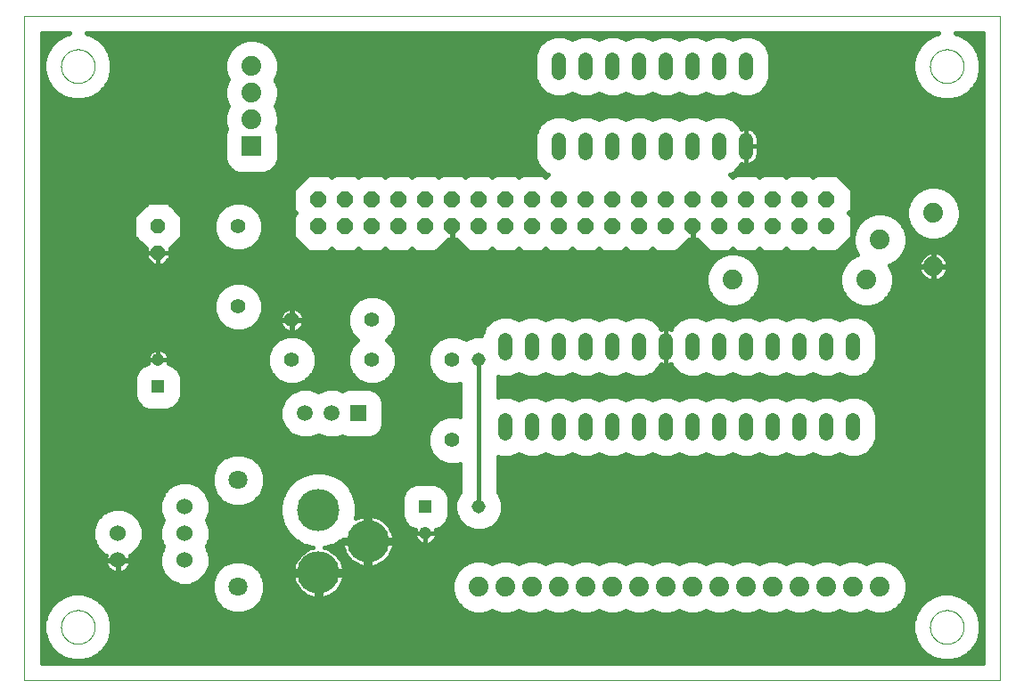
<source format=gtl>
G75*
%MOIN*%
%OFA0B0*%
%FSLAX25Y25*%
%IPPOS*%
%LPD*%
%AMOC8*
5,1,8,0,0,1.08239X$1,22.5*
%
%ADD10C,0.00000*%
%ADD11C,0.06000*%
%ADD12C,0.05543*%
%ADD13C,0.04756*%
%ADD14R,0.04756X0.04756*%
%ADD15OC8,0.05200*%
%ADD16R,0.05937X0.05937*%
%ADD17C,0.05937*%
%ADD18C,0.15800*%
%ADD19C,0.07087*%
%ADD20C,0.05200*%
%ADD21C,0.07400*%
%ADD22OC8,0.06000*%
%ADD23R,0.07400X0.07400*%
%ADD24C,0.01600*%
%ADD25R,0.04362X0.04362*%
%ADD26C,0.05150*%
D10*
X0001800Y0006800D02*
X0001800Y0255501D01*
X0366721Y0255501D01*
X0366721Y0006800D01*
X0001800Y0006800D01*
X0015501Y0026800D02*
X0015503Y0026958D01*
X0015509Y0027116D01*
X0015519Y0027274D01*
X0015533Y0027432D01*
X0015551Y0027589D01*
X0015572Y0027746D01*
X0015598Y0027902D01*
X0015628Y0028058D01*
X0015661Y0028213D01*
X0015699Y0028366D01*
X0015740Y0028519D01*
X0015785Y0028671D01*
X0015834Y0028822D01*
X0015887Y0028971D01*
X0015943Y0029119D01*
X0016003Y0029265D01*
X0016067Y0029410D01*
X0016135Y0029553D01*
X0016206Y0029695D01*
X0016280Y0029835D01*
X0016358Y0029972D01*
X0016440Y0030108D01*
X0016524Y0030242D01*
X0016613Y0030373D01*
X0016704Y0030502D01*
X0016799Y0030629D01*
X0016896Y0030754D01*
X0016997Y0030876D01*
X0017101Y0030995D01*
X0017208Y0031112D01*
X0017318Y0031226D01*
X0017431Y0031337D01*
X0017546Y0031446D01*
X0017664Y0031551D01*
X0017785Y0031653D01*
X0017908Y0031753D01*
X0018034Y0031849D01*
X0018162Y0031942D01*
X0018292Y0032032D01*
X0018425Y0032118D01*
X0018560Y0032202D01*
X0018696Y0032281D01*
X0018835Y0032358D01*
X0018976Y0032430D01*
X0019118Y0032500D01*
X0019262Y0032565D01*
X0019408Y0032627D01*
X0019555Y0032685D01*
X0019704Y0032740D01*
X0019854Y0032791D01*
X0020005Y0032838D01*
X0020157Y0032881D01*
X0020310Y0032920D01*
X0020465Y0032956D01*
X0020620Y0032987D01*
X0020776Y0033015D01*
X0020932Y0033039D01*
X0021089Y0033059D01*
X0021247Y0033075D01*
X0021404Y0033087D01*
X0021563Y0033095D01*
X0021721Y0033099D01*
X0021879Y0033099D01*
X0022037Y0033095D01*
X0022196Y0033087D01*
X0022353Y0033075D01*
X0022511Y0033059D01*
X0022668Y0033039D01*
X0022824Y0033015D01*
X0022980Y0032987D01*
X0023135Y0032956D01*
X0023290Y0032920D01*
X0023443Y0032881D01*
X0023595Y0032838D01*
X0023746Y0032791D01*
X0023896Y0032740D01*
X0024045Y0032685D01*
X0024192Y0032627D01*
X0024338Y0032565D01*
X0024482Y0032500D01*
X0024624Y0032430D01*
X0024765Y0032358D01*
X0024904Y0032281D01*
X0025040Y0032202D01*
X0025175Y0032118D01*
X0025308Y0032032D01*
X0025438Y0031942D01*
X0025566Y0031849D01*
X0025692Y0031753D01*
X0025815Y0031653D01*
X0025936Y0031551D01*
X0026054Y0031446D01*
X0026169Y0031337D01*
X0026282Y0031226D01*
X0026392Y0031112D01*
X0026499Y0030995D01*
X0026603Y0030876D01*
X0026704Y0030754D01*
X0026801Y0030629D01*
X0026896Y0030502D01*
X0026987Y0030373D01*
X0027076Y0030242D01*
X0027160Y0030108D01*
X0027242Y0029972D01*
X0027320Y0029835D01*
X0027394Y0029695D01*
X0027465Y0029553D01*
X0027533Y0029410D01*
X0027597Y0029265D01*
X0027657Y0029119D01*
X0027713Y0028971D01*
X0027766Y0028822D01*
X0027815Y0028671D01*
X0027860Y0028519D01*
X0027901Y0028366D01*
X0027939Y0028213D01*
X0027972Y0028058D01*
X0028002Y0027902D01*
X0028028Y0027746D01*
X0028049Y0027589D01*
X0028067Y0027432D01*
X0028081Y0027274D01*
X0028091Y0027116D01*
X0028097Y0026958D01*
X0028099Y0026800D01*
X0028097Y0026642D01*
X0028091Y0026484D01*
X0028081Y0026326D01*
X0028067Y0026168D01*
X0028049Y0026011D01*
X0028028Y0025854D01*
X0028002Y0025698D01*
X0027972Y0025542D01*
X0027939Y0025387D01*
X0027901Y0025234D01*
X0027860Y0025081D01*
X0027815Y0024929D01*
X0027766Y0024778D01*
X0027713Y0024629D01*
X0027657Y0024481D01*
X0027597Y0024335D01*
X0027533Y0024190D01*
X0027465Y0024047D01*
X0027394Y0023905D01*
X0027320Y0023765D01*
X0027242Y0023628D01*
X0027160Y0023492D01*
X0027076Y0023358D01*
X0026987Y0023227D01*
X0026896Y0023098D01*
X0026801Y0022971D01*
X0026704Y0022846D01*
X0026603Y0022724D01*
X0026499Y0022605D01*
X0026392Y0022488D01*
X0026282Y0022374D01*
X0026169Y0022263D01*
X0026054Y0022154D01*
X0025936Y0022049D01*
X0025815Y0021947D01*
X0025692Y0021847D01*
X0025566Y0021751D01*
X0025438Y0021658D01*
X0025308Y0021568D01*
X0025175Y0021482D01*
X0025040Y0021398D01*
X0024904Y0021319D01*
X0024765Y0021242D01*
X0024624Y0021170D01*
X0024482Y0021100D01*
X0024338Y0021035D01*
X0024192Y0020973D01*
X0024045Y0020915D01*
X0023896Y0020860D01*
X0023746Y0020809D01*
X0023595Y0020762D01*
X0023443Y0020719D01*
X0023290Y0020680D01*
X0023135Y0020644D01*
X0022980Y0020613D01*
X0022824Y0020585D01*
X0022668Y0020561D01*
X0022511Y0020541D01*
X0022353Y0020525D01*
X0022196Y0020513D01*
X0022037Y0020505D01*
X0021879Y0020501D01*
X0021721Y0020501D01*
X0021563Y0020505D01*
X0021404Y0020513D01*
X0021247Y0020525D01*
X0021089Y0020541D01*
X0020932Y0020561D01*
X0020776Y0020585D01*
X0020620Y0020613D01*
X0020465Y0020644D01*
X0020310Y0020680D01*
X0020157Y0020719D01*
X0020005Y0020762D01*
X0019854Y0020809D01*
X0019704Y0020860D01*
X0019555Y0020915D01*
X0019408Y0020973D01*
X0019262Y0021035D01*
X0019118Y0021100D01*
X0018976Y0021170D01*
X0018835Y0021242D01*
X0018696Y0021319D01*
X0018560Y0021398D01*
X0018425Y0021482D01*
X0018292Y0021568D01*
X0018162Y0021658D01*
X0018034Y0021751D01*
X0017908Y0021847D01*
X0017785Y0021947D01*
X0017664Y0022049D01*
X0017546Y0022154D01*
X0017431Y0022263D01*
X0017318Y0022374D01*
X0017208Y0022488D01*
X0017101Y0022605D01*
X0016997Y0022724D01*
X0016896Y0022846D01*
X0016799Y0022971D01*
X0016704Y0023098D01*
X0016613Y0023227D01*
X0016524Y0023358D01*
X0016440Y0023492D01*
X0016358Y0023628D01*
X0016280Y0023765D01*
X0016206Y0023905D01*
X0016135Y0024047D01*
X0016067Y0024190D01*
X0016003Y0024335D01*
X0015943Y0024481D01*
X0015887Y0024629D01*
X0015834Y0024778D01*
X0015785Y0024929D01*
X0015740Y0025081D01*
X0015699Y0025234D01*
X0015661Y0025387D01*
X0015628Y0025542D01*
X0015598Y0025698D01*
X0015572Y0025854D01*
X0015551Y0026011D01*
X0015533Y0026168D01*
X0015519Y0026326D01*
X0015509Y0026484D01*
X0015503Y0026642D01*
X0015501Y0026800D01*
X0015501Y0236800D02*
X0015503Y0236958D01*
X0015509Y0237116D01*
X0015519Y0237274D01*
X0015533Y0237432D01*
X0015551Y0237589D01*
X0015572Y0237746D01*
X0015598Y0237902D01*
X0015628Y0238058D01*
X0015661Y0238213D01*
X0015699Y0238366D01*
X0015740Y0238519D01*
X0015785Y0238671D01*
X0015834Y0238822D01*
X0015887Y0238971D01*
X0015943Y0239119D01*
X0016003Y0239265D01*
X0016067Y0239410D01*
X0016135Y0239553D01*
X0016206Y0239695D01*
X0016280Y0239835D01*
X0016358Y0239972D01*
X0016440Y0240108D01*
X0016524Y0240242D01*
X0016613Y0240373D01*
X0016704Y0240502D01*
X0016799Y0240629D01*
X0016896Y0240754D01*
X0016997Y0240876D01*
X0017101Y0240995D01*
X0017208Y0241112D01*
X0017318Y0241226D01*
X0017431Y0241337D01*
X0017546Y0241446D01*
X0017664Y0241551D01*
X0017785Y0241653D01*
X0017908Y0241753D01*
X0018034Y0241849D01*
X0018162Y0241942D01*
X0018292Y0242032D01*
X0018425Y0242118D01*
X0018560Y0242202D01*
X0018696Y0242281D01*
X0018835Y0242358D01*
X0018976Y0242430D01*
X0019118Y0242500D01*
X0019262Y0242565D01*
X0019408Y0242627D01*
X0019555Y0242685D01*
X0019704Y0242740D01*
X0019854Y0242791D01*
X0020005Y0242838D01*
X0020157Y0242881D01*
X0020310Y0242920D01*
X0020465Y0242956D01*
X0020620Y0242987D01*
X0020776Y0243015D01*
X0020932Y0243039D01*
X0021089Y0243059D01*
X0021247Y0243075D01*
X0021404Y0243087D01*
X0021563Y0243095D01*
X0021721Y0243099D01*
X0021879Y0243099D01*
X0022037Y0243095D01*
X0022196Y0243087D01*
X0022353Y0243075D01*
X0022511Y0243059D01*
X0022668Y0243039D01*
X0022824Y0243015D01*
X0022980Y0242987D01*
X0023135Y0242956D01*
X0023290Y0242920D01*
X0023443Y0242881D01*
X0023595Y0242838D01*
X0023746Y0242791D01*
X0023896Y0242740D01*
X0024045Y0242685D01*
X0024192Y0242627D01*
X0024338Y0242565D01*
X0024482Y0242500D01*
X0024624Y0242430D01*
X0024765Y0242358D01*
X0024904Y0242281D01*
X0025040Y0242202D01*
X0025175Y0242118D01*
X0025308Y0242032D01*
X0025438Y0241942D01*
X0025566Y0241849D01*
X0025692Y0241753D01*
X0025815Y0241653D01*
X0025936Y0241551D01*
X0026054Y0241446D01*
X0026169Y0241337D01*
X0026282Y0241226D01*
X0026392Y0241112D01*
X0026499Y0240995D01*
X0026603Y0240876D01*
X0026704Y0240754D01*
X0026801Y0240629D01*
X0026896Y0240502D01*
X0026987Y0240373D01*
X0027076Y0240242D01*
X0027160Y0240108D01*
X0027242Y0239972D01*
X0027320Y0239835D01*
X0027394Y0239695D01*
X0027465Y0239553D01*
X0027533Y0239410D01*
X0027597Y0239265D01*
X0027657Y0239119D01*
X0027713Y0238971D01*
X0027766Y0238822D01*
X0027815Y0238671D01*
X0027860Y0238519D01*
X0027901Y0238366D01*
X0027939Y0238213D01*
X0027972Y0238058D01*
X0028002Y0237902D01*
X0028028Y0237746D01*
X0028049Y0237589D01*
X0028067Y0237432D01*
X0028081Y0237274D01*
X0028091Y0237116D01*
X0028097Y0236958D01*
X0028099Y0236800D01*
X0028097Y0236642D01*
X0028091Y0236484D01*
X0028081Y0236326D01*
X0028067Y0236168D01*
X0028049Y0236011D01*
X0028028Y0235854D01*
X0028002Y0235698D01*
X0027972Y0235542D01*
X0027939Y0235387D01*
X0027901Y0235234D01*
X0027860Y0235081D01*
X0027815Y0234929D01*
X0027766Y0234778D01*
X0027713Y0234629D01*
X0027657Y0234481D01*
X0027597Y0234335D01*
X0027533Y0234190D01*
X0027465Y0234047D01*
X0027394Y0233905D01*
X0027320Y0233765D01*
X0027242Y0233628D01*
X0027160Y0233492D01*
X0027076Y0233358D01*
X0026987Y0233227D01*
X0026896Y0233098D01*
X0026801Y0232971D01*
X0026704Y0232846D01*
X0026603Y0232724D01*
X0026499Y0232605D01*
X0026392Y0232488D01*
X0026282Y0232374D01*
X0026169Y0232263D01*
X0026054Y0232154D01*
X0025936Y0232049D01*
X0025815Y0231947D01*
X0025692Y0231847D01*
X0025566Y0231751D01*
X0025438Y0231658D01*
X0025308Y0231568D01*
X0025175Y0231482D01*
X0025040Y0231398D01*
X0024904Y0231319D01*
X0024765Y0231242D01*
X0024624Y0231170D01*
X0024482Y0231100D01*
X0024338Y0231035D01*
X0024192Y0230973D01*
X0024045Y0230915D01*
X0023896Y0230860D01*
X0023746Y0230809D01*
X0023595Y0230762D01*
X0023443Y0230719D01*
X0023290Y0230680D01*
X0023135Y0230644D01*
X0022980Y0230613D01*
X0022824Y0230585D01*
X0022668Y0230561D01*
X0022511Y0230541D01*
X0022353Y0230525D01*
X0022196Y0230513D01*
X0022037Y0230505D01*
X0021879Y0230501D01*
X0021721Y0230501D01*
X0021563Y0230505D01*
X0021404Y0230513D01*
X0021247Y0230525D01*
X0021089Y0230541D01*
X0020932Y0230561D01*
X0020776Y0230585D01*
X0020620Y0230613D01*
X0020465Y0230644D01*
X0020310Y0230680D01*
X0020157Y0230719D01*
X0020005Y0230762D01*
X0019854Y0230809D01*
X0019704Y0230860D01*
X0019555Y0230915D01*
X0019408Y0230973D01*
X0019262Y0231035D01*
X0019118Y0231100D01*
X0018976Y0231170D01*
X0018835Y0231242D01*
X0018696Y0231319D01*
X0018560Y0231398D01*
X0018425Y0231482D01*
X0018292Y0231568D01*
X0018162Y0231658D01*
X0018034Y0231751D01*
X0017908Y0231847D01*
X0017785Y0231947D01*
X0017664Y0232049D01*
X0017546Y0232154D01*
X0017431Y0232263D01*
X0017318Y0232374D01*
X0017208Y0232488D01*
X0017101Y0232605D01*
X0016997Y0232724D01*
X0016896Y0232846D01*
X0016799Y0232971D01*
X0016704Y0233098D01*
X0016613Y0233227D01*
X0016524Y0233358D01*
X0016440Y0233492D01*
X0016358Y0233628D01*
X0016280Y0233765D01*
X0016206Y0233905D01*
X0016135Y0234047D01*
X0016067Y0234190D01*
X0016003Y0234335D01*
X0015943Y0234481D01*
X0015887Y0234629D01*
X0015834Y0234778D01*
X0015785Y0234929D01*
X0015740Y0235081D01*
X0015699Y0235234D01*
X0015661Y0235387D01*
X0015628Y0235542D01*
X0015598Y0235698D01*
X0015572Y0235854D01*
X0015551Y0236011D01*
X0015533Y0236168D01*
X0015519Y0236326D01*
X0015509Y0236484D01*
X0015503Y0236642D01*
X0015501Y0236800D01*
X0340501Y0236800D02*
X0340503Y0236958D01*
X0340509Y0237116D01*
X0340519Y0237274D01*
X0340533Y0237432D01*
X0340551Y0237589D01*
X0340572Y0237746D01*
X0340598Y0237902D01*
X0340628Y0238058D01*
X0340661Y0238213D01*
X0340699Y0238366D01*
X0340740Y0238519D01*
X0340785Y0238671D01*
X0340834Y0238822D01*
X0340887Y0238971D01*
X0340943Y0239119D01*
X0341003Y0239265D01*
X0341067Y0239410D01*
X0341135Y0239553D01*
X0341206Y0239695D01*
X0341280Y0239835D01*
X0341358Y0239972D01*
X0341440Y0240108D01*
X0341524Y0240242D01*
X0341613Y0240373D01*
X0341704Y0240502D01*
X0341799Y0240629D01*
X0341896Y0240754D01*
X0341997Y0240876D01*
X0342101Y0240995D01*
X0342208Y0241112D01*
X0342318Y0241226D01*
X0342431Y0241337D01*
X0342546Y0241446D01*
X0342664Y0241551D01*
X0342785Y0241653D01*
X0342908Y0241753D01*
X0343034Y0241849D01*
X0343162Y0241942D01*
X0343292Y0242032D01*
X0343425Y0242118D01*
X0343560Y0242202D01*
X0343696Y0242281D01*
X0343835Y0242358D01*
X0343976Y0242430D01*
X0344118Y0242500D01*
X0344262Y0242565D01*
X0344408Y0242627D01*
X0344555Y0242685D01*
X0344704Y0242740D01*
X0344854Y0242791D01*
X0345005Y0242838D01*
X0345157Y0242881D01*
X0345310Y0242920D01*
X0345465Y0242956D01*
X0345620Y0242987D01*
X0345776Y0243015D01*
X0345932Y0243039D01*
X0346089Y0243059D01*
X0346247Y0243075D01*
X0346404Y0243087D01*
X0346563Y0243095D01*
X0346721Y0243099D01*
X0346879Y0243099D01*
X0347037Y0243095D01*
X0347196Y0243087D01*
X0347353Y0243075D01*
X0347511Y0243059D01*
X0347668Y0243039D01*
X0347824Y0243015D01*
X0347980Y0242987D01*
X0348135Y0242956D01*
X0348290Y0242920D01*
X0348443Y0242881D01*
X0348595Y0242838D01*
X0348746Y0242791D01*
X0348896Y0242740D01*
X0349045Y0242685D01*
X0349192Y0242627D01*
X0349338Y0242565D01*
X0349482Y0242500D01*
X0349624Y0242430D01*
X0349765Y0242358D01*
X0349904Y0242281D01*
X0350040Y0242202D01*
X0350175Y0242118D01*
X0350308Y0242032D01*
X0350438Y0241942D01*
X0350566Y0241849D01*
X0350692Y0241753D01*
X0350815Y0241653D01*
X0350936Y0241551D01*
X0351054Y0241446D01*
X0351169Y0241337D01*
X0351282Y0241226D01*
X0351392Y0241112D01*
X0351499Y0240995D01*
X0351603Y0240876D01*
X0351704Y0240754D01*
X0351801Y0240629D01*
X0351896Y0240502D01*
X0351987Y0240373D01*
X0352076Y0240242D01*
X0352160Y0240108D01*
X0352242Y0239972D01*
X0352320Y0239835D01*
X0352394Y0239695D01*
X0352465Y0239553D01*
X0352533Y0239410D01*
X0352597Y0239265D01*
X0352657Y0239119D01*
X0352713Y0238971D01*
X0352766Y0238822D01*
X0352815Y0238671D01*
X0352860Y0238519D01*
X0352901Y0238366D01*
X0352939Y0238213D01*
X0352972Y0238058D01*
X0353002Y0237902D01*
X0353028Y0237746D01*
X0353049Y0237589D01*
X0353067Y0237432D01*
X0353081Y0237274D01*
X0353091Y0237116D01*
X0353097Y0236958D01*
X0353099Y0236800D01*
X0353097Y0236642D01*
X0353091Y0236484D01*
X0353081Y0236326D01*
X0353067Y0236168D01*
X0353049Y0236011D01*
X0353028Y0235854D01*
X0353002Y0235698D01*
X0352972Y0235542D01*
X0352939Y0235387D01*
X0352901Y0235234D01*
X0352860Y0235081D01*
X0352815Y0234929D01*
X0352766Y0234778D01*
X0352713Y0234629D01*
X0352657Y0234481D01*
X0352597Y0234335D01*
X0352533Y0234190D01*
X0352465Y0234047D01*
X0352394Y0233905D01*
X0352320Y0233765D01*
X0352242Y0233628D01*
X0352160Y0233492D01*
X0352076Y0233358D01*
X0351987Y0233227D01*
X0351896Y0233098D01*
X0351801Y0232971D01*
X0351704Y0232846D01*
X0351603Y0232724D01*
X0351499Y0232605D01*
X0351392Y0232488D01*
X0351282Y0232374D01*
X0351169Y0232263D01*
X0351054Y0232154D01*
X0350936Y0232049D01*
X0350815Y0231947D01*
X0350692Y0231847D01*
X0350566Y0231751D01*
X0350438Y0231658D01*
X0350308Y0231568D01*
X0350175Y0231482D01*
X0350040Y0231398D01*
X0349904Y0231319D01*
X0349765Y0231242D01*
X0349624Y0231170D01*
X0349482Y0231100D01*
X0349338Y0231035D01*
X0349192Y0230973D01*
X0349045Y0230915D01*
X0348896Y0230860D01*
X0348746Y0230809D01*
X0348595Y0230762D01*
X0348443Y0230719D01*
X0348290Y0230680D01*
X0348135Y0230644D01*
X0347980Y0230613D01*
X0347824Y0230585D01*
X0347668Y0230561D01*
X0347511Y0230541D01*
X0347353Y0230525D01*
X0347196Y0230513D01*
X0347037Y0230505D01*
X0346879Y0230501D01*
X0346721Y0230501D01*
X0346563Y0230505D01*
X0346404Y0230513D01*
X0346247Y0230525D01*
X0346089Y0230541D01*
X0345932Y0230561D01*
X0345776Y0230585D01*
X0345620Y0230613D01*
X0345465Y0230644D01*
X0345310Y0230680D01*
X0345157Y0230719D01*
X0345005Y0230762D01*
X0344854Y0230809D01*
X0344704Y0230860D01*
X0344555Y0230915D01*
X0344408Y0230973D01*
X0344262Y0231035D01*
X0344118Y0231100D01*
X0343976Y0231170D01*
X0343835Y0231242D01*
X0343696Y0231319D01*
X0343560Y0231398D01*
X0343425Y0231482D01*
X0343292Y0231568D01*
X0343162Y0231658D01*
X0343034Y0231751D01*
X0342908Y0231847D01*
X0342785Y0231947D01*
X0342664Y0232049D01*
X0342546Y0232154D01*
X0342431Y0232263D01*
X0342318Y0232374D01*
X0342208Y0232488D01*
X0342101Y0232605D01*
X0341997Y0232724D01*
X0341896Y0232846D01*
X0341799Y0232971D01*
X0341704Y0233098D01*
X0341613Y0233227D01*
X0341524Y0233358D01*
X0341440Y0233492D01*
X0341358Y0233628D01*
X0341280Y0233765D01*
X0341206Y0233905D01*
X0341135Y0234047D01*
X0341067Y0234190D01*
X0341003Y0234335D01*
X0340943Y0234481D01*
X0340887Y0234629D01*
X0340834Y0234778D01*
X0340785Y0234929D01*
X0340740Y0235081D01*
X0340699Y0235234D01*
X0340661Y0235387D01*
X0340628Y0235542D01*
X0340598Y0235698D01*
X0340572Y0235854D01*
X0340551Y0236011D01*
X0340533Y0236168D01*
X0340519Y0236326D01*
X0340509Y0236484D01*
X0340503Y0236642D01*
X0340501Y0236800D01*
X0340501Y0026800D02*
X0340503Y0026958D01*
X0340509Y0027116D01*
X0340519Y0027274D01*
X0340533Y0027432D01*
X0340551Y0027589D01*
X0340572Y0027746D01*
X0340598Y0027902D01*
X0340628Y0028058D01*
X0340661Y0028213D01*
X0340699Y0028366D01*
X0340740Y0028519D01*
X0340785Y0028671D01*
X0340834Y0028822D01*
X0340887Y0028971D01*
X0340943Y0029119D01*
X0341003Y0029265D01*
X0341067Y0029410D01*
X0341135Y0029553D01*
X0341206Y0029695D01*
X0341280Y0029835D01*
X0341358Y0029972D01*
X0341440Y0030108D01*
X0341524Y0030242D01*
X0341613Y0030373D01*
X0341704Y0030502D01*
X0341799Y0030629D01*
X0341896Y0030754D01*
X0341997Y0030876D01*
X0342101Y0030995D01*
X0342208Y0031112D01*
X0342318Y0031226D01*
X0342431Y0031337D01*
X0342546Y0031446D01*
X0342664Y0031551D01*
X0342785Y0031653D01*
X0342908Y0031753D01*
X0343034Y0031849D01*
X0343162Y0031942D01*
X0343292Y0032032D01*
X0343425Y0032118D01*
X0343560Y0032202D01*
X0343696Y0032281D01*
X0343835Y0032358D01*
X0343976Y0032430D01*
X0344118Y0032500D01*
X0344262Y0032565D01*
X0344408Y0032627D01*
X0344555Y0032685D01*
X0344704Y0032740D01*
X0344854Y0032791D01*
X0345005Y0032838D01*
X0345157Y0032881D01*
X0345310Y0032920D01*
X0345465Y0032956D01*
X0345620Y0032987D01*
X0345776Y0033015D01*
X0345932Y0033039D01*
X0346089Y0033059D01*
X0346247Y0033075D01*
X0346404Y0033087D01*
X0346563Y0033095D01*
X0346721Y0033099D01*
X0346879Y0033099D01*
X0347037Y0033095D01*
X0347196Y0033087D01*
X0347353Y0033075D01*
X0347511Y0033059D01*
X0347668Y0033039D01*
X0347824Y0033015D01*
X0347980Y0032987D01*
X0348135Y0032956D01*
X0348290Y0032920D01*
X0348443Y0032881D01*
X0348595Y0032838D01*
X0348746Y0032791D01*
X0348896Y0032740D01*
X0349045Y0032685D01*
X0349192Y0032627D01*
X0349338Y0032565D01*
X0349482Y0032500D01*
X0349624Y0032430D01*
X0349765Y0032358D01*
X0349904Y0032281D01*
X0350040Y0032202D01*
X0350175Y0032118D01*
X0350308Y0032032D01*
X0350438Y0031942D01*
X0350566Y0031849D01*
X0350692Y0031753D01*
X0350815Y0031653D01*
X0350936Y0031551D01*
X0351054Y0031446D01*
X0351169Y0031337D01*
X0351282Y0031226D01*
X0351392Y0031112D01*
X0351499Y0030995D01*
X0351603Y0030876D01*
X0351704Y0030754D01*
X0351801Y0030629D01*
X0351896Y0030502D01*
X0351987Y0030373D01*
X0352076Y0030242D01*
X0352160Y0030108D01*
X0352242Y0029972D01*
X0352320Y0029835D01*
X0352394Y0029695D01*
X0352465Y0029553D01*
X0352533Y0029410D01*
X0352597Y0029265D01*
X0352657Y0029119D01*
X0352713Y0028971D01*
X0352766Y0028822D01*
X0352815Y0028671D01*
X0352860Y0028519D01*
X0352901Y0028366D01*
X0352939Y0028213D01*
X0352972Y0028058D01*
X0353002Y0027902D01*
X0353028Y0027746D01*
X0353049Y0027589D01*
X0353067Y0027432D01*
X0353081Y0027274D01*
X0353091Y0027116D01*
X0353097Y0026958D01*
X0353099Y0026800D01*
X0353097Y0026642D01*
X0353091Y0026484D01*
X0353081Y0026326D01*
X0353067Y0026168D01*
X0353049Y0026011D01*
X0353028Y0025854D01*
X0353002Y0025698D01*
X0352972Y0025542D01*
X0352939Y0025387D01*
X0352901Y0025234D01*
X0352860Y0025081D01*
X0352815Y0024929D01*
X0352766Y0024778D01*
X0352713Y0024629D01*
X0352657Y0024481D01*
X0352597Y0024335D01*
X0352533Y0024190D01*
X0352465Y0024047D01*
X0352394Y0023905D01*
X0352320Y0023765D01*
X0352242Y0023628D01*
X0352160Y0023492D01*
X0352076Y0023358D01*
X0351987Y0023227D01*
X0351896Y0023098D01*
X0351801Y0022971D01*
X0351704Y0022846D01*
X0351603Y0022724D01*
X0351499Y0022605D01*
X0351392Y0022488D01*
X0351282Y0022374D01*
X0351169Y0022263D01*
X0351054Y0022154D01*
X0350936Y0022049D01*
X0350815Y0021947D01*
X0350692Y0021847D01*
X0350566Y0021751D01*
X0350438Y0021658D01*
X0350308Y0021568D01*
X0350175Y0021482D01*
X0350040Y0021398D01*
X0349904Y0021319D01*
X0349765Y0021242D01*
X0349624Y0021170D01*
X0349482Y0021100D01*
X0349338Y0021035D01*
X0349192Y0020973D01*
X0349045Y0020915D01*
X0348896Y0020860D01*
X0348746Y0020809D01*
X0348595Y0020762D01*
X0348443Y0020719D01*
X0348290Y0020680D01*
X0348135Y0020644D01*
X0347980Y0020613D01*
X0347824Y0020585D01*
X0347668Y0020561D01*
X0347511Y0020541D01*
X0347353Y0020525D01*
X0347196Y0020513D01*
X0347037Y0020505D01*
X0346879Y0020501D01*
X0346721Y0020501D01*
X0346563Y0020505D01*
X0346404Y0020513D01*
X0346247Y0020525D01*
X0346089Y0020541D01*
X0345932Y0020561D01*
X0345776Y0020585D01*
X0345620Y0020613D01*
X0345465Y0020644D01*
X0345310Y0020680D01*
X0345157Y0020719D01*
X0345005Y0020762D01*
X0344854Y0020809D01*
X0344704Y0020860D01*
X0344555Y0020915D01*
X0344408Y0020973D01*
X0344262Y0021035D01*
X0344118Y0021100D01*
X0343976Y0021170D01*
X0343835Y0021242D01*
X0343696Y0021319D01*
X0343560Y0021398D01*
X0343425Y0021482D01*
X0343292Y0021568D01*
X0343162Y0021658D01*
X0343034Y0021751D01*
X0342908Y0021847D01*
X0342785Y0021947D01*
X0342664Y0022049D01*
X0342546Y0022154D01*
X0342431Y0022263D01*
X0342318Y0022374D01*
X0342208Y0022488D01*
X0342101Y0022605D01*
X0341997Y0022724D01*
X0341896Y0022846D01*
X0341799Y0022971D01*
X0341704Y0023098D01*
X0341613Y0023227D01*
X0341524Y0023358D01*
X0341440Y0023492D01*
X0341358Y0023628D01*
X0341280Y0023765D01*
X0341206Y0023905D01*
X0341135Y0024047D01*
X0341067Y0024190D01*
X0341003Y0024335D01*
X0340943Y0024481D01*
X0340887Y0024629D01*
X0340834Y0024778D01*
X0340785Y0024929D01*
X0340740Y0025081D01*
X0340699Y0025234D01*
X0340661Y0025387D01*
X0340628Y0025542D01*
X0340598Y0025698D01*
X0340572Y0025854D01*
X0340551Y0026011D01*
X0340533Y0026168D01*
X0340519Y0026326D01*
X0340509Y0026484D01*
X0340503Y0026642D01*
X0340501Y0026800D01*
D11*
X0061800Y0051800D03*
X0061800Y0061800D03*
X0061800Y0071800D03*
X0036800Y0061800D03*
X0036800Y0051800D03*
D12*
X0101800Y0126800D03*
X0101800Y0141800D03*
X0081800Y0146800D03*
X0081800Y0176800D03*
X0131800Y0141800D03*
X0131800Y0126800D03*
X0161800Y0126800D03*
X0161800Y0096800D03*
D13*
X0151800Y0061800D03*
X0051800Y0126800D03*
D14*
X0051800Y0116800D03*
X0151800Y0071800D03*
D15*
X0051800Y0166800D03*
X0051800Y0176800D03*
D16*
X0126800Y0106800D03*
D17*
X0116800Y0106800D03*
X0106800Y0106800D03*
D18*
X0111800Y0070737D03*
X0130304Y0058926D03*
X0111800Y0047115D03*
D19*
X0081800Y0041800D03*
X0081800Y0081800D03*
D20*
X0181800Y0099200D02*
X0181800Y0104400D01*
X0191800Y0104400D02*
X0191800Y0099200D01*
X0201800Y0099200D02*
X0201800Y0104400D01*
X0211800Y0104400D02*
X0211800Y0099200D01*
X0221800Y0099200D02*
X0221800Y0104400D01*
X0231800Y0104400D02*
X0231800Y0099200D01*
X0241800Y0099200D02*
X0241800Y0104400D01*
X0251800Y0104400D02*
X0251800Y0099200D01*
X0261800Y0099200D02*
X0261800Y0104400D01*
X0271800Y0104400D02*
X0271800Y0099200D01*
X0281800Y0099200D02*
X0281800Y0104400D01*
X0291800Y0104400D02*
X0291800Y0099200D01*
X0301800Y0099200D02*
X0301800Y0104400D01*
X0311800Y0104400D02*
X0311800Y0099200D01*
X0311800Y0129200D02*
X0311800Y0134400D01*
X0301800Y0134400D02*
X0301800Y0129200D01*
X0291800Y0129200D02*
X0291800Y0134400D01*
X0281800Y0134400D02*
X0281800Y0129200D01*
X0271800Y0129200D02*
X0271800Y0134400D01*
X0261800Y0134400D02*
X0261800Y0129200D01*
X0251800Y0129200D02*
X0251800Y0134400D01*
X0241800Y0134400D02*
X0241800Y0129200D01*
X0231800Y0129200D02*
X0231800Y0134400D01*
X0221800Y0134400D02*
X0221800Y0129200D01*
X0211800Y0129200D02*
X0211800Y0134400D01*
X0201800Y0134400D02*
X0201800Y0129200D01*
X0191800Y0129200D02*
X0191800Y0134400D01*
X0181800Y0134400D02*
X0181800Y0129200D01*
X0201800Y0204200D02*
X0201800Y0209400D01*
X0211800Y0209400D02*
X0211800Y0204200D01*
X0221800Y0204200D02*
X0221800Y0209400D01*
X0231800Y0209400D02*
X0231800Y0204200D01*
X0241800Y0204200D02*
X0241800Y0209400D01*
X0251800Y0209400D02*
X0251800Y0204200D01*
X0261800Y0204200D02*
X0261800Y0209400D01*
X0271800Y0209400D02*
X0271800Y0204200D01*
X0271800Y0234200D02*
X0271800Y0239400D01*
X0261800Y0239400D02*
X0261800Y0234200D01*
X0251800Y0234200D02*
X0251800Y0239400D01*
X0241800Y0239400D02*
X0241800Y0234200D01*
X0231800Y0234200D02*
X0231800Y0239400D01*
X0221800Y0239400D02*
X0221800Y0234200D01*
X0211800Y0234200D02*
X0211800Y0239400D01*
X0201800Y0239400D02*
X0201800Y0234200D01*
D21*
X0266800Y0156800D03*
X0316800Y0156800D03*
X0321800Y0171800D03*
X0341800Y0161800D03*
X0341800Y0181800D03*
X0321800Y0041800D03*
X0311800Y0041800D03*
X0301800Y0041800D03*
X0291800Y0041800D03*
X0281800Y0041800D03*
X0271800Y0041800D03*
X0261800Y0041800D03*
X0251800Y0041800D03*
X0241800Y0041800D03*
X0231800Y0041800D03*
X0221800Y0041800D03*
X0211800Y0041800D03*
X0201800Y0041800D03*
X0191800Y0041800D03*
X0181800Y0041800D03*
X0171800Y0041800D03*
X0086800Y0216800D03*
X0086800Y0226800D03*
X0086800Y0236800D03*
D22*
X0111800Y0186800D03*
X0111800Y0176800D03*
X0121800Y0176800D03*
X0131800Y0176800D03*
X0131800Y0186800D03*
X0121800Y0186800D03*
X0141800Y0186800D03*
X0141800Y0176800D03*
X0151800Y0176800D03*
X0161800Y0176800D03*
X0161800Y0186800D03*
X0151800Y0186800D03*
X0171800Y0186800D03*
X0171800Y0176800D03*
X0181800Y0176800D03*
X0181800Y0186800D03*
X0191800Y0186800D03*
X0201800Y0186800D03*
X0201800Y0176800D03*
X0191800Y0176800D03*
X0211800Y0176800D03*
X0211800Y0186800D03*
X0221800Y0186800D03*
X0231800Y0186800D03*
X0231800Y0176800D03*
X0221800Y0176800D03*
X0241800Y0176800D03*
X0241800Y0186800D03*
X0251800Y0186800D03*
X0251800Y0176800D03*
X0261800Y0176800D03*
X0271800Y0176800D03*
X0271800Y0186800D03*
X0261800Y0186800D03*
X0281800Y0186800D03*
X0281800Y0176800D03*
X0291800Y0176800D03*
X0301800Y0176800D03*
X0301800Y0186800D03*
X0291800Y0186800D03*
D23*
X0086800Y0206800D03*
D24*
X0096900Y0207432D02*
X0192800Y0207432D01*
X0192800Y0209030D02*
X0096900Y0209030D01*
X0096900Y0210629D02*
X0192800Y0210629D01*
X0192800Y0211190D02*
X0192800Y0202410D01*
X0194170Y0199102D01*
X0196702Y0196570D01*
X0197815Y0196109D01*
X0196800Y0195094D01*
X0195694Y0196200D01*
X0187906Y0196200D01*
X0186800Y0195094D01*
X0185694Y0196200D01*
X0177906Y0196200D01*
X0176800Y0195094D01*
X0175694Y0196200D01*
X0167906Y0196200D01*
X0166800Y0195094D01*
X0165694Y0196200D01*
X0157906Y0196200D01*
X0156800Y0195094D01*
X0155694Y0196200D01*
X0147906Y0196200D01*
X0146800Y0195094D01*
X0145694Y0196200D01*
X0137906Y0196200D01*
X0136800Y0195094D01*
X0135694Y0196200D01*
X0127906Y0196200D01*
X0126800Y0195094D01*
X0125694Y0196200D01*
X0117906Y0196200D01*
X0116800Y0195094D01*
X0115694Y0196200D01*
X0107906Y0196200D01*
X0102400Y0190694D01*
X0102400Y0182906D01*
X0103506Y0181800D01*
X0102400Y0180694D01*
X0102400Y0172906D01*
X0107906Y0167400D01*
X0115694Y0167400D01*
X0116800Y0168506D01*
X0117906Y0167400D01*
X0125694Y0167400D01*
X0126800Y0168506D01*
X0127906Y0167400D01*
X0135694Y0167400D01*
X0136800Y0168506D01*
X0137906Y0167400D01*
X0145694Y0167400D01*
X0146800Y0168506D01*
X0147906Y0167400D01*
X0155694Y0167400D01*
X0160294Y0172000D01*
X0161600Y0172000D01*
X0161600Y0176600D01*
X0162000Y0176600D01*
X0162000Y0172000D01*
X0163306Y0172000D01*
X0167906Y0167400D01*
X0175694Y0167400D01*
X0176800Y0168506D01*
X0177906Y0167400D01*
X0185694Y0167400D01*
X0186800Y0168506D01*
X0187906Y0167400D01*
X0195694Y0167400D01*
X0196800Y0168506D01*
X0197906Y0167400D01*
X0205694Y0167400D01*
X0206800Y0168506D01*
X0207906Y0167400D01*
X0215694Y0167400D01*
X0216800Y0168506D01*
X0217906Y0167400D01*
X0225694Y0167400D01*
X0226800Y0168506D01*
X0227906Y0167400D01*
X0235694Y0167400D01*
X0236800Y0168506D01*
X0237906Y0167400D01*
X0245694Y0167400D01*
X0250294Y0172000D01*
X0251600Y0172000D01*
X0251600Y0176600D01*
X0252000Y0176600D01*
X0252000Y0172000D01*
X0253306Y0172000D01*
X0257906Y0167400D01*
X0265694Y0167400D01*
X0266800Y0168506D01*
X0267906Y0167400D01*
X0275694Y0167400D01*
X0276800Y0168506D01*
X0277906Y0167400D01*
X0285694Y0167400D01*
X0286800Y0168506D01*
X0287906Y0167400D01*
X0295694Y0167400D01*
X0296800Y0168506D01*
X0297906Y0167400D01*
X0305694Y0167400D01*
X0311200Y0172906D01*
X0311200Y0180694D01*
X0310094Y0181800D01*
X0311200Y0182906D01*
X0311200Y0190694D01*
X0305694Y0196200D01*
X0297906Y0196200D01*
X0296800Y0195094D01*
X0295694Y0196200D01*
X0287906Y0196200D01*
X0286800Y0195094D01*
X0285694Y0196200D01*
X0277906Y0196200D01*
X0276800Y0195094D01*
X0275694Y0196200D01*
X0267906Y0196200D01*
X0266800Y0195094D01*
X0265785Y0196109D01*
X0266898Y0196570D01*
X0269430Y0199102D01*
X0269898Y0200231D01*
X0270111Y0200122D01*
X0270770Y0199908D01*
X0271454Y0199800D01*
X0271800Y0199800D01*
X0272146Y0199800D01*
X0272830Y0199908D01*
X0273489Y0200122D01*
X0274106Y0200437D01*
X0274666Y0200844D01*
X0275156Y0201334D01*
X0275563Y0201894D01*
X0275878Y0202511D01*
X0276092Y0203170D01*
X0276200Y0203854D01*
X0276200Y0206800D01*
X0276200Y0209746D01*
X0276092Y0210430D01*
X0275878Y0211089D01*
X0275563Y0211706D01*
X0275156Y0212266D01*
X0274666Y0212756D01*
X0274106Y0213163D01*
X0273489Y0213478D01*
X0272830Y0213692D01*
X0272146Y0213800D01*
X0271800Y0213800D01*
X0271800Y0206800D01*
X0276200Y0206800D01*
X0271800Y0206800D01*
X0271800Y0206800D01*
X0271800Y0206800D01*
X0271800Y0199800D01*
X0271800Y0206800D01*
X0271800Y0206800D01*
X0271800Y0213800D01*
X0271454Y0213800D01*
X0270770Y0213692D01*
X0270111Y0213478D01*
X0269898Y0213369D01*
X0269430Y0214498D01*
X0266898Y0217030D01*
X0263590Y0218400D01*
X0260010Y0218400D01*
X0256800Y0217070D01*
X0253590Y0218400D01*
X0250010Y0218400D01*
X0246800Y0217070D01*
X0243590Y0218400D01*
X0240010Y0218400D01*
X0236800Y0217070D01*
X0233590Y0218400D01*
X0230010Y0218400D01*
X0226800Y0217070D01*
X0223590Y0218400D01*
X0220010Y0218400D01*
X0216800Y0217070D01*
X0213590Y0218400D01*
X0210010Y0218400D01*
X0206800Y0217070D01*
X0203590Y0218400D01*
X0200010Y0218400D01*
X0196702Y0217030D01*
X0194170Y0214498D01*
X0192800Y0211190D01*
X0193230Y0212227D02*
X0096712Y0212227D01*
X0096900Y0211773D02*
X0096298Y0213225D01*
X0096900Y0215470D01*
X0096900Y0218130D01*
X0096212Y0220698D01*
X0095576Y0221800D01*
X0096212Y0222902D01*
X0096900Y0225470D01*
X0096900Y0228130D01*
X0096212Y0230698D01*
X0095576Y0231800D01*
X0096212Y0232902D01*
X0096900Y0235470D01*
X0096900Y0238130D01*
X0096212Y0240698D01*
X0094882Y0243002D01*
X0093002Y0244882D01*
X0090698Y0246212D01*
X0088130Y0246900D01*
X0085470Y0246900D01*
X0082902Y0246212D01*
X0080598Y0244882D01*
X0078718Y0243002D01*
X0077388Y0240698D01*
X0076700Y0238130D01*
X0076700Y0235470D01*
X0077388Y0232902D01*
X0078024Y0231800D01*
X0077388Y0230698D01*
X0076700Y0228130D01*
X0076700Y0225470D01*
X0077388Y0222902D01*
X0078024Y0221800D01*
X0077388Y0220698D01*
X0076700Y0218130D01*
X0076700Y0215470D01*
X0077302Y0213225D01*
X0076700Y0211773D01*
X0076700Y0201827D01*
X0077674Y0199475D01*
X0079475Y0197674D01*
X0081827Y0196700D01*
X0091773Y0196700D01*
X0094125Y0197674D01*
X0095926Y0199475D01*
X0096900Y0201827D01*
X0096900Y0211773D01*
X0096459Y0213826D02*
X0193892Y0213826D01*
X0195096Y0215424D02*
X0096888Y0215424D01*
X0096900Y0217023D02*
X0196695Y0217023D01*
X0200010Y0225200D02*
X0196702Y0226570D01*
X0194170Y0229102D01*
X0192800Y0232410D01*
X0192800Y0241190D01*
X0194170Y0244498D01*
X0196702Y0247030D01*
X0200010Y0248400D01*
X0203590Y0248400D01*
X0206800Y0247070D01*
X0210010Y0248400D01*
X0213590Y0248400D01*
X0216800Y0247070D01*
X0220010Y0248400D01*
X0223590Y0248400D01*
X0226800Y0247070D01*
X0230010Y0248400D01*
X0233590Y0248400D01*
X0236800Y0247070D01*
X0240010Y0248400D01*
X0243590Y0248400D01*
X0246800Y0247070D01*
X0250010Y0248400D01*
X0253590Y0248400D01*
X0256800Y0247070D01*
X0260010Y0248400D01*
X0263590Y0248400D01*
X0266800Y0247070D01*
X0270010Y0248400D01*
X0273590Y0248400D01*
X0276898Y0247030D01*
X0279430Y0244498D01*
X0280800Y0241190D01*
X0280800Y0232410D01*
X0279430Y0229102D01*
X0276898Y0226570D01*
X0273590Y0225200D01*
X0270010Y0225200D01*
X0266800Y0226530D01*
X0263590Y0225200D01*
X0260010Y0225200D01*
X0256800Y0226530D01*
X0253590Y0225200D01*
X0250010Y0225200D01*
X0246800Y0226530D01*
X0243590Y0225200D01*
X0240010Y0225200D01*
X0236800Y0226530D01*
X0233590Y0225200D01*
X0230010Y0225200D01*
X0226800Y0226530D01*
X0223590Y0225200D01*
X0220010Y0225200D01*
X0216800Y0226530D01*
X0213590Y0225200D01*
X0210010Y0225200D01*
X0206800Y0226530D01*
X0203590Y0225200D01*
X0200010Y0225200D01*
X0196658Y0226614D02*
X0096900Y0226614D01*
X0096878Y0228212D02*
X0195060Y0228212D01*
X0193876Y0229811D02*
X0096450Y0229811D01*
X0095801Y0231409D02*
X0193214Y0231409D01*
X0192800Y0233008D02*
X0096240Y0233008D01*
X0096669Y0234606D02*
X0192800Y0234606D01*
X0192800Y0236205D02*
X0096900Y0236205D01*
X0096900Y0237803D02*
X0192800Y0237803D01*
X0192800Y0239402D02*
X0096559Y0239402D01*
X0096037Y0241001D02*
X0192800Y0241001D01*
X0193384Y0242599D02*
X0095114Y0242599D01*
X0093686Y0244198D02*
X0194046Y0244198D01*
X0195468Y0245796D02*
X0091418Y0245796D01*
X0082182Y0245796D02*
X0030763Y0245796D01*
X0029597Y0246962D02*
X0026702Y0248634D01*
X0024959Y0249101D01*
X0343641Y0249101D01*
X0341898Y0248634D01*
X0339002Y0246962D01*
X0336638Y0244597D01*
X0334966Y0241702D01*
X0334101Y0238472D01*
X0334101Y0235128D01*
X0334966Y0231898D01*
X0336638Y0229002D01*
X0339002Y0226638D01*
X0341898Y0224966D01*
X0345128Y0224101D01*
X0348472Y0224101D01*
X0351702Y0224966D01*
X0354597Y0226638D01*
X0356962Y0229002D01*
X0358634Y0231898D01*
X0359499Y0235128D01*
X0359499Y0238472D01*
X0358634Y0241702D01*
X0356962Y0244597D01*
X0354597Y0246962D01*
X0351702Y0248634D01*
X0349959Y0249101D01*
X0360321Y0249101D01*
X0360321Y0013200D01*
X0008200Y0013200D01*
X0008200Y0249101D01*
X0018641Y0249101D01*
X0016898Y0248634D01*
X0014002Y0246962D01*
X0011638Y0244597D01*
X0009966Y0241702D01*
X0009101Y0238472D01*
X0009101Y0235128D01*
X0009966Y0231898D01*
X0011638Y0229002D01*
X0014002Y0226638D01*
X0016898Y0224966D01*
X0020128Y0224101D01*
X0023472Y0224101D01*
X0026702Y0224966D01*
X0029597Y0226638D01*
X0031962Y0229002D01*
X0033634Y0231898D01*
X0034499Y0235128D01*
X0034499Y0238472D01*
X0033634Y0241702D01*
X0031962Y0244597D01*
X0029597Y0246962D01*
X0028848Y0247395D02*
X0197582Y0247395D01*
X0206018Y0247395D02*
X0207582Y0247395D01*
X0216018Y0247395D02*
X0217582Y0247395D01*
X0226018Y0247395D02*
X0227582Y0247395D01*
X0236018Y0247395D02*
X0237582Y0247395D01*
X0246018Y0247395D02*
X0247582Y0247395D01*
X0256018Y0247395D02*
X0257582Y0247395D01*
X0266018Y0247395D02*
X0267582Y0247395D01*
X0276018Y0247395D02*
X0339752Y0247395D01*
X0337837Y0245796D02*
X0278132Y0245796D01*
X0279554Y0244198D02*
X0336407Y0244198D01*
X0335484Y0242599D02*
X0280216Y0242599D01*
X0280800Y0241001D02*
X0334778Y0241001D01*
X0334350Y0239402D02*
X0280800Y0239402D01*
X0280800Y0237803D02*
X0334101Y0237803D01*
X0334101Y0236205D02*
X0280800Y0236205D01*
X0280800Y0234606D02*
X0334241Y0234606D01*
X0334669Y0233008D02*
X0280800Y0233008D01*
X0280386Y0231409D02*
X0335248Y0231409D01*
X0336171Y0229811D02*
X0279724Y0229811D01*
X0278540Y0228212D02*
X0337428Y0228212D01*
X0339044Y0226614D02*
X0276942Y0226614D01*
X0266905Y0217023D02*
X0360321Y0217023D01*
X0360321Y0218621D02*
X0096768Y0218621D01*
X0096340Y0220220D02*
X0360321Y0220220D01*
X0360321Y0221818D02*
X0095586Y0221818D01*
X0096350Y0223417D02*
X0360321Y0223417D01*
X0360321Y0225015D02*
X0351787Y0225015D01*
X0354556Y0226614D02*
X0360321Y0226614D01*
X0360321Y0228212D02*
X0356172Y0228212D01*
X0357429Y0229811D02*
X0360321Y0229811D01*
X0360321Y0231409D02*
X0358352Y0231409D01*
X0358931Y0233008D02*
X0360321Y0233008D01*
X0360321Y0234606D02*
X0359359Y0234606D01*
X0359499Y0236205D02*
X0360321Y0236205D01*
X0360321Y0237803D02*
X0359499Y0237803D01*
X0359250Y0239402D02*
X0360321Y0239402D01*
X0360321Y0241001D02*
X0358822Y0241001D01*
X0358116Y0242599D02*
X0360321Y0242599D01*
X0360321Y0244198D02*
X0357193Y0244198D01*
X0355763Y0245796D02*
X0360321Y0245796D01*
X0360321Y0247395D02*
X0353848Y0247395D01*
X0350361Y0248993D02*
X0360321Y0248993D01*
X0343239Y0248993D02*
X0025361Y0248993D01*
X0018239Y0248993D02*
X0008200Y0248993D01*
X0008200Y0247395D02*
X0014752Y0247395D01*
X0012837Y0245796D02*
X0008200Y0245796D01*
X0008200Y0244198D02*
X0011407Y0244198D01*
X0010484Y0242599D02*
X0008200Y0242599D01*
X0008200Y0241001D02*
X0009778Y0241001D01*
X0009350Y0239402D02*
X0008200Y0239402D01*
X0008200Y0237803D02*
X0009101Y0237803D01*
X0009101Y0236205D02*
X0008200Y0236205D01*
X0008200Y0234606D02*
X0009241Y0234606D01*
X0009669Y0233008D02*
X0008200Y0233008D01*
X0008200Y0231409D02*
X0010248Y0231409D01*
X0011171Y0229811D02*
X0008200Y0229811D01*
X0008200Y0228212D02*
X0012428Y0228212D01*
X0014044Y0226614D02*
X0008200Y0226614D01*
X0008200Y0225015D02*
X0016813Y0225015D01*
X0008200Y0223417D02*
X0077250Y0223417D01*
X0076822Y0225015D02*
X0026787Y0225015D01*
X0029556Y0226614D02*
X0076700Y0226614D01*
X0076722Y0228212D02*
X0031172Y0228212D01*
X0032429Y0229811D02*
X0077150Y0229811D01*
X0077799Y0231409D02*
X0033352Y0231409D01*
X0033931Y0233008D02*
X0077360Y0233008D01*
X0076931Y0234606D02*
X0034359Y0234606D01*
X0034499Y0236205D02*
X0076700Y0236205D01*
X0076700Y0237803D02*
X0034499Y0237803D01*
X0034250Y0239402D02*
X0077041Y0239402D01*
X0077563Y0241001D02*
X0033822Y0241001D01*
X0033116Y0242599D02*
X0078486Y0242599D01*
X0079914Y0244198D02*
X0032193Y0244198D01*
X0008200Y0221818D02*
X0078014Y0221818D01*
X0077260Y0220220D02*
X0008200Y0220220D01*
X0008200Y0218621D02*
X0076832Y0218621D01*
X0076700Y0217023D02*
X0008200Y0217023D01*
X0008200Y0215424D02*
X0076712Y0215424D01*
X0077141Y0213826D02*
X0008200Y0213826D01*
X0008200Y0212227D02*
X0076888Y0212227D01*
X0076700Y0210629D02*
X0008200Y0210629D01*
X0008200Y0209030D02*
X0076700Y0209030D01*
X0076700Y0207432D02*
X0008200Y0207432D01*
X0008200Y0205833D02*
X0076700Y0205833D01*
X0076700Y0204235D02*
X0008200Y0204235D01*
X0008200Y0202636D02*
X0076700Y0202636D01*
X0077027Y0201038D02*
X0008200Y0201038D01*
X0008200Y0199439D02*
X0077710Y0199439D01*
X0079308Y0197841D02*
X0008200Y0197841D01*
X0008200Y0196242D02*
X0197494Y0196242D01*
X0195431Y0197841D02*
X0094292Y0197841D01*
X0095890Y0199439D02*
X0194030Y0199439D01*
X0193368Y0201038D02*
X0096573Y0201038D01*
X0096900Y0202636D02*
X0192800Y0202636D01*
X0192800Y0204235D02*
X0096900Y0204235D01*
X0096900Y0205833D02*
X0192800Y0205833D01*
X0162000Y0175462D02*
X0161600Y0175462D01*
X0161600Y0173863D02*
X0162000Y0173863D01*
X0162000Y0172265D02*
X0161600Y0172265D01*
X0158960Y0170666D02*
X0164640Y0170666D01*
X0166239Y0169068D02*
X0157361Y0169068D01*
X0155763Y0167469D02*
X0167837Y0167469D01*
X0175763Y0167469D02*
X0177837Y0167469D01*
X0185763Y0167469D02*
X0187837Y0167469D01*
X0195763Y0167469D02*
X0197837Y0167469D01*
X0205763Y0167469D02*
X0207837Y0167469D01*
X0215763Y0167469D02*
X0217837Y0167469D01*
X0225763Y0167469D02*
X0227837Y0167469D01*
X0235763Y0167469D02*
X0237837Y0167469D01*
X0245763Y0167469D02*
X0257837Y0167469D01*
X0256239Y0169068D02*
X0247361Y0169068D01*
X0248960Y0170666D02*
X0254640Y0170666D01*
X0252000Y0172265D02*
X0251600Y0172265D01*
X0251600Y0173863D02*
X0252000Y0173863D01*
X0252000Y0175462D02*
X0251600Y0175462D01*
X0260598Y0164882D02*
X0262902Y0166212D01*
X0265470Y0166900D01*
X0268130Y0166900D01*
X0270698Y0166212D01*
X0273002Y0164882D01*
X0274882Y0163002D01*
X0276212Y0160698D01*
X0276900Y0158130D01*
X0276900Y0155470D01*
X0276212Y0152902D01*
X0274882Y0150598D01*
X0273002Y0148718D01*
X0270698Y0147388D01*
X0268130Y0146700D01*
X0265470Y0146700D01*
X0262902Y0147388D01*
X0260598Y0148718D01*
X0258718Y0150598D01*
X0257388Y0152902D01*
X0256700Y0155470D01*
X0256700Y0158130D01*
X0257388Y0160698D01*
X0258718Y0163002D01*
X0260598Y0164882D01*
X0259988Y0164272D02*
X0055495Y0164272D01*
X0056200Y0164977D02*
X0056200Y0166800D01*
X0056200Y0168472D01*
X0060800Y0173072D01*
X0060800Y0180528D01*
X0055528Y0185800D01*
X0048072Y0185800D01*
X0042800Y0180528D01*
X0042800Y0173072D01*
X0047400Y0168472D01*
X0047400Y0166800D01*
X0051800Y0166800D01*
X0056200Y0166800D01*
X0051800Y0166800D01*
X0051800Y0166800D01*
X0051800Y0166800D01*
X0051800Y0162400D01*
X0053623Y0162400D01*
X0056200Y0164977D01*
X0056200Y0165870D02*
X0262311Y0165870D01*
X0265763Y0167469D02*
X0267837Y0167469D01*
X0271289Y0165870D02*
X0312311Y0165870D01*
X0312902Y0166212D02*
X0310598Y0164882D01*
X0308718Y0163002D01*
X0307388Y0160698D01*
X0306700Y0158130D01*
X0306700Y0155470D01*
X0307388Y0152902D01*
X0308718Y0150598D01*
X0310598Y0148718D01*
X0312902Y0147388D01*
X0315470Y0146700D01*
X0318130Y0146700D01*
X0320698Y0147388D01*
X0323002Y0148718D01*
X0324882Y0150598D01*
X0326212Y0152902D01*
X0326900Y0155470D01*
X0326900Y0158130D01*
X0326212Y0160698D01*
X0325298Y0162281D01*
X0325698Y0162388D01*
X0328002Y0163718D01*
X0329882Y0165598D01*
X0331212Y0167902D01*
X0331900Y0170470D01*
X0331900Y0173130D01*
X0331212Y0175698D01*
X0329882Y0178002D01*
X0328002Y0179882D01*
X0325698Y0181212D01*
X0323130Y0181900D01*
X0320470Y0181900D01*
X0317902Y0181212D01*
X0315598Y0179882D01*
X0313718Y0178002D01*
X0312388Y0175698D01*
X0311700Y0173130D01*
X0311700Y0170470D01*
X0312388Y0167902D01*
X0313302Y0166319D01*
X0312902Y0166212D01*
X0312638Y0167469D02*
X0305763Y0167469D01*
X0307361Y0169068D02*
X0312076Y0169068D01*
X0311700Y0170666D02*
X0308960Y0170666D01*
X0310558Y0172265D02*
X0311700Y0172265D01*
X0311897Y0173863D02*
X0311200Y0173863D01*
X0311200Y0175462D02*
X0312325Y0175462D01*
X0313174Y0177060D02*
X0311200Y0177060D01*
X0311200Y0178659D02*
X0314375Y0178659D01*
X0316248Y0180257D02*
X0311200Y0180257D01*
X0310149Y0181856D02*
X0320305Y0181856D01*
X0323295Y0181856D02*
X0331700Y0181856D01*
X0331700Y0183130D02*
X0331700Y0180470D01*
X0332388Y0177902D01*
X0333718Y0175598D01*
X0335598Y0173718D01*
X0337902Y0172388D01*
X0340470Y0171700D01*
X0343130Y0171700D01*
X0345698Y0172388D01*
X0348002Y0173718D01*
X0349882Y0175598D01*
X0351212Y0177902D01*
X0351900Y0180470D01*
X0351900Y0183130D01*
X0351212Y0185698D01*
X0349882Y0188002D01*
X0348002Y0189882D01*
X0345698Y0191212D01*
X0343130Y0191900D01*
X0340470Y0191900D01*
X0337902Y0191212D01*
X0335598Y0189882D01*
X0333718Y0188002D01*
X0332388Y0185698D01*
X0331700Y0183130D01*
X0331787Y0183454D02*
X0311200Y0183454D01*
X0311200Y0185053D02*
X0332215Y0185053D01*
X0332938Y0186651D02*
X0311200Y0186651D01*
X0311200Y0188250D02*
X0333966Y0188250D01*
X0335565Y0189848D02*
X0311200Y0189848D01*
X0310447Y0191447D02*
X0338778Y0191447D01*
X0344822Y0191447D02*
X0360321Y0191447D01*
X0360321Y0193045D02*
X0308848Y0193045D01*
X0307250Y0194644D02*
X0360321Y0194644D01*
X0360321Y0196242D02*
X0266106Y0196242D01*
X0268169Y0197841D02*
X0360321Y0197841D01*
X0360321Y0199439D02*
X0269570Y0199439D01*
X0271800Y0201038D02*
X0271800Y0201038D01*
X0271800Y0202636D02*
X0271800Y0202636D01*
X0271800Y0204235D02*
X0271800Y0204235D01*
X0271800Y0205833D02*
X0271800Y0205833D01*
X0271800Y0207432D02*
X0271800Y0207432D01*
X0271800Y0209030D02*
X0271800Y0209030D01*
X0271800Y0210629D02*
X0271800Y0210629D01*
X0271800Y0212227D02*
X0271800Y0212227D01*
X0269708Y0213826D02*
X0360321Y0213826D01*
X0360321Y0215424D02*
X0268504Y0215424D01*
X0275185Y0212227D02*
X0360321Y0212227D01*
X0360321Y0210629D02*
X0276027Y0210629D01*
X0276200Y0209030D02*
X0360321Y0209030D01*
X0360321Y0207432D02*
X0276200Y0207432D01*
X0276200Y0205833D02*
X0360321Y0205833D01*
X0360321Y0204235D02*
X0276200Y0204235D01*
X0275918Y0202636D02*
X0360321Y0202636D01*
X0360321Y0201038D02*
X0274860Y0201038D01*
X0275763Y0167469D02*
X0277837Y0167469D01*
X0273612Y0164272D02*
X0309988Y0164272D01*
X0308529Y0162673D02*
X0275071Y0162673D01*
X0275994Y0161075D02*
X0307606Y0161075D01*
X0307061Y0159476D02*
X0276539Y0159476D01*
X0276900Y0157878D02*
X0306700Y0157878D01*
X0306700Y0156279D02*
X0276900Y0156279D01*
X0276688Y0154681D02*
X0306912Y0154681D01*
X0307340Y0153082D02*
X0276260Y0153082D01*
X0275393Y0151484D02*
X0308207Y0151484D01*
X0309431Y0149885D02*
X0274169Y0149885D01*
X0272255Y0148287D02*
X0311345Y0148287D01*
X0310010Y0143400D02*
X0306800Y0142070D01*
X0303590Y0143400D01*
X0300010Y0143400D01*
X0296800Y0142070D01*
X0293590Y0143400D01*
X0290010Y0143400D01*
X0286800Y0142070D01*
X0283590Y0143400D01*
X0280010Y0143400D01*
X0276800Y0142070D01*
X0273590Y0143400D01*
X0270010Y0143400D01*
X0266800Y0142070D01*
X0263590Y0143400D01*
X0260010Y0143400D01*
X0256800Y0142070D01*
X0253590Y0143400D01*
X0250010Y0143400D01*
X0246702Y0142030D01*
X0244170Y0139498D01*
X0243702Y0138369D01*
X0243489Y0138478D01*
X0242830Y0138692D01*
X0242146Y0138800D01*
X0241800Y0138800D01*
X0241800Y0131800D01*
X0241800Y0131800D01*
X0241800Y0138800D01*
X0241454Y0138800D01*
X0240770Y0138692D01*
X0240111Y0138478D01*
X0239898Y0138369D01*
X0239430Y0139498D01*
X0236898Y0142030D01*
X0233590Y0143400D01*
X0230010Y0143400D01*
X0226800Y0142070D01*
X0223590Y0143400D01*
X0220010Y0143400D01*
X0216800Y0142070D01*
X0213590Y0143400D01*
X0210010Y0143400D01*
X0206800Y0142070D01*
X0203590Y0143400D01*
X0200010Y0143400D01*
X0196800Y0142070D01*
X0193590Y0143400D01*
X0190010Y0143400D01*
X0186800Y0142070D01*
X0183590Y0143400D01*
X0180010Y0143400D01*
X0176702Y0142030D01*
X0174170Y0139498D01*
X0172800Y0136190D01*
X0172800Y0135775D01*
X0170015Y0135775D01*
X0167032Y0134539D01*
X0166995Y0134575D01*
X0163624Y0135972D01*
X0159976Y0135972D01*
X0156605Y0134575D01*
X0154025Y0131995D01*
X0152628Y0128624D01*
X0152628Y0124976D01*
X0154025Y0121605D01*
X0156605Y0119025D01*
X0159976Y0117628D01*
X0163624Y0117628D01*
X0164600Y0118032D01*
X0164600Y0105568D01*
X0163624Y0105972D01*
X0159976Y0105972D01*
X0156605Y0104575D01*
X0154025Y0101995D01*
X0152628Y0098624D01*
X0152628Y0094976D01*
X0154025Y0091605D01*
X0156605Y0089025D01*
X0159976Y0087628D01*
X0163624Y0087628D01*
X0164600Y0088032D01*
X0164600Y0077292D01*
X0164192Y0076884D01*
X0162825Y0073585D01*
X0162825Y0070015D01*
X0164192Y0066716D01*
X0166716Y0064192D01*
X0170015Y0062825D01*
X0173585Y0062825D01*
X0176884Y0064192D01*
X0179408Y0066716D01*
X0180775Y0070015D01*
X0180775Y0073585D01*
X0179408Y0076884D01*
X0179000Y0077292D01*
X0179000Y0090618D01*
X0180010Y0090200D01*
X0183590Y0090200D01*
X0186800Y0091530D01*
X0190010Y0090200D01*
X0193590Y0090200D01*
X0196800Y0091530D01*
X0200010Y0090200D01*
X0203590Y0090200D01*
X0206800Y0091530D01*
X0210010Y0090200D01*
X0213590Y0090200D01*
X0216800Y0091530D01*
X0220010Y0090200D01*
X0223590Y0090200D01*
X0226800Y0091530D01*
X0230010Y0090200D01*
X0233590Y0090200D01*
X0236800Y0091530D01*
X0240010Y0090200D01*
X0243590Y0090200D01*
X0246800Y0091530D01*
X0250010Y0090200D01*
X0253590Y0090200D01*
X0256800Y0091530D01*
X0260010Y0090200D01*
X0263590Y0090200D01*
X0266800Y0091530D01*
X0270010Y0090200D01*
X0273590Y0090200D01*
X0276800Y0091530D01*
X0280010Y0090200D01*
X0283590Y0090200D01*
X0286800Y0091530D01*
X0290010Y0090200D01*
X0293590Y0090200D01*
X0296800Y0091530D01*
X0300010Y0090200D01*
X0303590Y0090200D01*
X0306800Y0091530D01*
X0310010Y0090200D01*
X0313590Y0090200D01*
X0316898Y0091570D01*
X0319430Y0094102D01*
X0320800Y0097410D01*
X0320800Y0106190D01*
X0319430Y0109498D01*
X0316898Y0112030D01*
X0313590Y0113400D01*
X0310010Y0113400D01*
X0306800Y0112070D01*
X0303590Y0113400D01*
X0300010Y0113400D01*
X0296800Y0112070D01*
X0293590Y0113400D01*
X0290010Y0113400D01*
X0286800Y0112070D01*
X0283590Y0113400D01*
X0280010Y0113400D01*
X0276800Y0112070D01*
X0273590Y0113400D01*
X0270010Y0113400D01*
X0266800Y0112070D01*
X0263590Y0113400D01*
X0260010Y0113400D01*
X0256800Y0112070D01*
X0253590Y0113400D01*
X0250010Y0113400D01*
X0246800Y0112070D01*
X0243590Y0113400D01*
X0240010Y0113400D01*
X0236800Y0112070D01*
X0233590Y0113400D01*
X0230010Y0113400D01*
X0226800Y0112070D01*
X0223590Y0113400D01*
X0220010Y0113400D01*
X0216800Y0112070D01*
X0213590Y0113400D01*
X0210010Y0113400D01*
X0206800Y0112070D01*
X0203590Y0113400D01*
X0200010Y0113400D01*
X0196800Y0112070D01*
X0193590Y0113400D01*
X0190010Y0113400D01*
X0186800Y0112070D01*
X0183590Y0113400D01*
X0180010Y0113400D01*
X0179000Y0112982D01*
X0179000Y0120618D01*
X0180010Y0120200D01*
X0183590Y0120200D01*
X0186800Y0121530D01*
X0190010Y0120200D01*
X0193590Y0120200D01*
X0196800Y0121530D01*
X0200010Y0120200D01*
X0203590Y0120200D01*
X0206800Y0121530D01*
X0210010Y0120200D01*
X0213590Y0120200D01*
X0216800Y0121530D01*
X0220010Y0120200D01*
X0223590Y0120200D01*
X0226800Y0121530D01*
X0230010Y0120200D01*
X0233590Y0120200D01*
X0236898Y0121570D01*
X0239430Y0124102D01*
X0239898Y0125231D01*
X0240111Y0125122D01*
X0240770Y0124908D01*
X0241454Y0124800D01*
X0241800Y0124800D01*
X0242146Y0124800D01*
X0242830Y0124908D01*
X0243489Y0125122D01*
X0243702Y0125231D01*
X0244170Y0124102D01*
X0246702Y0121570D01*
X0250010Y0120200D01*
X0253590Y0120200D01*
X0256800Y0121530D01*
X0260010Y0120200D01*
X0263590Y0120200D01*
X0266800Y0121530D01*
X0270010Y0120200D01*
X0273590Y0120200D01*
X0276800Y0121530D01*
X0280010Y0120200D01*
X0283590Y0120200D01*
X0286800Y0121530D01*
X0290010Y0120200D01*
X0293590Y0120200D01*
X0296800Y0121530D01*
X0300010Y0120200D01*
X0303590Y0120200D01*
X0306800Y0121530D01*
X0310010Y0120200D01*
X0313590Y0120200D01*
X0316898Y0121570D01*
X0319430Y0124102D01*
X0320800Y0127410D01*
X0320800Y0136190D01*
X0319430Y0139498D01*
X0316898Y0142030D01*
X0313590Y0143400D01*
X0310010Y0143400D01*
X0317035Y0141893D02*
X0360321Y0141893D01*
X0360321Y0143491D02*
X0140972Y0143491D01*
X0140972Y0143624D02*
X0139575Y0146995D01*
X0136995Y0149575D01*
X0133624Y0150972D01*
X0129976Y0150972D01*
X0126605Y0149575D01*
X0124025Y0146995D01*
X0122628Y0143624D01*
X0122628Y0139976D01*
X0124025Y0136605D01*
X0126329Y0134300D01*
X0124025Y0131995D01*
X0122628Y0128624D01*
X0122628Y0124976D01*
X0124025Y0121605D01*
X0126605Y0119025D01*
X0129976Y0117628D01*
X0133624Y0117628D01*
X0136995Y0119025D01*
X0139575Y0121605D01*
X0140972Y0124976D01*
X0140972Y0128624D01*
X0139575Y0131995D01*
X0137271Y0134300D01*
X0139575Y0136605D01*
X0140972Y0139976D01*
X0140972Y0143624D01*
X0140365Y0145090D02*
X0360321Y0145090D01*
X0360321Y0146688D02*
X0139702Y0146688D01*
X0138284Y0148287D02*
X0261345Y0148287D01*
X0259431Y0149885D02*
X0136247Y0149885D01*
X0127353Y0149885D02*
X0090449Y0149885D01*
X0090972Y0148624D02*
X0089575Y0151995D01*
X0086995Y0154575D01*
X0083624Y0155972D01*
X0079976Y0155972D01*
X0076605Y0154575D01*
X0074025Y0151995D01*
X0072628Y0148624D01*
X0072628Y0144976D01*
X0074025Y0141605D01*
X0076605Y0139025D01*
X0079976Y0137628D01*
X0083624Y0137628D01*
X0086995Y0139025D01*
X0089575Y0141605D01*
X0090972Y0144976D01*
X0090972Y0148624D01*
X0090972Y0148287D02*
X0125316Y0148287D01*
X0123898Y0146688D02*
X0090972Y0146688D01*
X0090972Y0145090D02*
X0098625Y0145090D01*
X0098822Y0145287D02*
X0098313Y0144778D01*
X0097890Y0144196D01*
X0097563Y0143555D01*
X0097341Y0142871D01*
X0097228Y0142160D01*
X0097228Y0141886D01*
X0101714Y0141886D01*
X0101714Y0146372D01*
X0101440Y0146372D01*
X0100729Y0146259D01*
X0100045Y0146037D01*
X0099404Y0145710D01*
X0098822Y0145287D01*
X0097543Y0143491D02*
X0090357Y0143491D01*
X0089695Y0141893D02*
X0097228Y0141893D01*
X0097228Y0141714D02*
X0097228Y0141440D01*
X0097341Y0140729D01*
X0097563Y0140045D01*
X0097890Y0139404D01*
X0098313Y0138822D01*
X0098822Y0138313D01*
X0099404Y0137890D01*
X0100045Y0137563D01*
X0100729Y0137341D01*
X0101440Y0137228D01*
X0101714Y0137228D01*
X0101714Y0141714D01*
X0101886Y0141714D01*
X0101886Y0141886D01*
X0106372Y0141886D01*
X0106372Y0142160D01*
X0106259Y0142871D01*
X0106037Y0143555D01*
X0105710Y0144196D01*
X0105287Y0144778D01*
X0104778Y0145287D01*
X0104196Y0145710D01*
X0103555Y0146037D01*
X0102871Y0146259D01*
X0102160Y0146372D01*
X0101886Y0146372D01*
X0101886Y0141886D01*
X0101714Y0141886D01*
X0101714Y0141714D01*
X0097228Y0141714D01*
X0097482Y0140294D02*
X0088265Y0140294D01*
X0086201Y0138696D02*
X0098439Y0138696D01*
X0099976Y0135972D02*
X0096605Y0134575D01*
X0094025Y0131995D01*
X0092628Y0128624D01*
X0092628Y0124976D01*
X0094025Y0121605D01*
X0096605Y0119025D01*
X0099976Y0117628D01*
X0103624Y0117628D01*
X0106995Y0119025D01*
X0109575Y0121605D01*
X0110972Y0124976D01*
X0110972Y0128624D01*
X0109575Y0131995D01*
X0106995Y0134575D01*
X0103624Y0135972D01*
X0099976Y0135972D01*
X0098834Y0135499D02*
X0008200Y0135499D01*
X0008200Y0137097D02*
X0123821Y0137097D01*
X0123158Y0138696D02*
X0105161Y0138696D01*
X0105287Y0138822D02*
X0105710Y0139404D01*
X0106037Y0140045D01*
X0106259Y0140729D01*
X0106372Y0141440D01*
X0106372Y0141714D01*
X0101886Y0141714D01*
X0101886Y0137228D01*
X0102160Y0137228D01*
X0102871Y0137341D01*
X0103555Y0137563D01*
X0104196Y0137890D01*
X0104778Y0138313D01*
X0105287Y0138822D01*
X0106118Y0140294D02*
X0122628Y0140294D01*
X0122628Y0141893D02*
X0106372Y0141893D01*
X0106057Y0143491D02*
X0122628Y0143491D01*
X0123235Y0145090D02*
X0104975Y0145090D01*
X0101886Y0145090D02*
X0101714Y0145090D01*
X0101714Y0143491D02*
X0101886Y0143491D01*
X0101886Y0141893D02*
X0101714Y0141893D01*
X0101714Y0140294D02*
X0101886Y0140294D01*
X0101886Y0138696D02*
X0101714Y0138696D01*
X0104766Y0135499D02*
X0125131Y0135499D01*
X0125930Y0133900D02*
X0107670Y0133900D01*
X0109269Y0132302D02*
X0124331Y0132302D01*
X0123489Y0130703D02*
X0110111Y0130703D01*
X0110773Y0129105D02*
X0122827Y0129105D01*
X0122628Y0127506D02*
X0110972Y0127506D01*
X0110972Y0125908D02*
X0122628Y0125908D01*
X0122904Y0124309D02*
X0110696Y0124309D01*
X0110033Y0122711D02*
X0123567Y0122711D01*
X0124517Y0121112D02*
X0109083Y0121112D01*
X0107484Y0119514D02*
X0126116Y0119514D01*
X0129283Y0117915D02*
X0104317Y0117915D01*
X0104936Y0116168D02*
X0101493Y0114742D01*
X0098858Y0112107D01*
X0097431Y0108664D01*
X0097431Y0104936D01*
X0098858Y0101493D01*
X0101493Y0098858D01*
X0104936Y0097431D01*
X0108664Y0097431D01*
X0111800Y0098731D01*
X0114936Y0097431D01*
X0118664Y0097431D01*
X0120611Y0098238D01*
X0122558Y0097431D01*
X0131042Y0097431D01*
X0133394Y0098406D01*
X0135194Y0100206D01*
X0136168Y0102558D01*
X0136168Y0111042D01*
X0135194Y0113394D01*
X0133394Y0115194D01*
X0131042Y0116168D01*
X0122558Y0116168D01*
X0120611Y0115362D01*
X0118664Y0116168D01*
X0114936Y0116168D01*
X0111800Y0114869D01*
X0108664Y0116168D01*
X0104936Y0116168D01*
X0101469Y0114718D02*
X0060578Y0114718D01*
X0060578Y0113149D02*
X0060578Y0120451D01*
X0059604Y0122803D01*
X0057803Y0124604D01*
X0055755Y0125452D01*
X0055875Y0125822D01*
X0055978Y0126471D01*
X0055978Y0126800D01*
X0055978Y0127129D01*
X0055875Y0127778D01*
X0055672Y0128404D01*
X0055373Y0128990D01*
X0054987Y0129522D01*
X0054522Y0129987D01*
X0053990Y0130373D01*
X0053404Y0130672D01*
X0052778Y0130875D01*
X0052129Y0130978D01*
X0051800Y0130978D01*
X0051471Y0130978D01*
X0050822Y0130875D01*
X0050196Y0130672D01*
X0049610Y0130373D01*
X0049078Y0129987D01*
X0048613Y0129522D01*
X0048227Y0128990D01*
X0047928Y0128404D01*
X0047725Y0127778D01*
X0047622Y0127129D01*
X0047622Y0126800D01*
X0051800Y0126800D01*
X0051800Y0126800D01*
X0051800Y0130978D01*
X0051800Y0126800D01*
X0055978Y0126800D01*
X0051800Y0126800D01*
X0051800Y0126800D01*
X0051800Y0126800D01*
X0047622Y0126800D01*
X0047622Y0126471D01*
X0047725Y0125822D01*
X0047845Y0125452D01*
X0045797Y0124604D01*
X0043996Y0122803D01*
X0043022Y0120451D01*
X0043022Y0113149D01*
X0043996Y0110797D01*
X0045797Y0108996D01*
X0048149Y0108022D01*
X0055451Y0108022D01*
X0057803Y0108996D01*
X0059604Y0110797D01*
X0060578Y0113149D01*
X0060566Y0113120D02*
X0099871Y0113120D01*
X0098615Y0111521D02*
X0059904Y0111521D01*
X0058729Y0109923D02*
X0097953Y0109923D01*
X0097431Y0108324D02*
X0056180Y0108324D01*
X0047420Y0108324D02*
X0008200Y0108324D01*
X0008200Y0106726D02*
X0097431Y0106726D01*
X0097431Y0105127D02*
X0008200Y0105127D01*
X0008200Y0103529D02*
X0098015Y0103529D01*
X0098677Y0101930D02*
X0008200Y0101930D01*
X0008200Y0100332D02*
X0100019Y0100332D01*
X0101794Y0098733D02*
X0008200Y0098733D01*
X0008200Y0097134D02*
X0152628Y0097134D01*
X0152628Y0095536D02*
X0008200Y0095536D01*
X0008200Y0093937D02*
X0153058Y0093937D01*
X0153720Y0092339D02*
X0008200Y0092339D01*
X0008200Y0090740D02*
X0077401Y0090740D01*
X0076168Y0090230D02*
X0073370Y0087432D01*
X0071857Y0083778D01*
X0071857Y0079822D01*
X0073370Y0076168D01*
X0076168Y0073370D01*
X0079822Y0071857D01*
X0083778Y0071857D01*
X0087432Y0073370D01*
X0090230Y0076168D01*
X0091743Y0079822D01*
X0091743Y0083778D01*
X0090230Y0087432D01*
X0087432Y0090230D01*
X0083778Y0091743D01*
X0079822Y0091743D01*
X0076168Y0090230D01*
X0075080Y0089142D02*
X0008200Y0089142D01*
X0008200Y0087543D02*
X0073481Y0087543D01*
X0072754Y0085945D02*
X0008200Y0085945D01*
X0008200Y0084346D02*
X0072092Y0084346D01*
X0071857Y0082748D02*
X0008200Y0082748D01*
X0008200Y0081149D02*
X0059808Y0081149D01*
X0059930Y0081200D02*
X0056475Y0079769D01*
X0053831Y0077125D01*
X0052400Y0073670D01*
X0052400Y0069930D01*
X0053697Y0066800D01*
X0052400Y0063670D01*
X0052400Y0059930D01*
X0053697Y0056800D01*
X0052400Y0053670D01*
X0052400Y0049930D01*
X0053831Y0046475D01*
X0056475Y0043831D01*
X0059930Y0042400D01*
X0063670Y0042400D01*
X0067125Y0043831D01*
X0069769Y0046475D01*
X0071200Y0049930D01*
X0071200Y0053670D01*
X0069903Y0056800D01*
X0071200Y0059930D01*
X0071200Y0063670D01*
X0069903Y0066800D01*
X0071200Y0069930D01*
X0071200Y0073670D01*
X0069769Y0077125D01*
X0067125Y0079769D01*
X0063670Y0081200D01*
X0059930Y0081200D01*
X0063792Y0081149D02*
X0071857Y0081149D01*
X0071969Y0079551D02*
X0067343Y0079551D01*
X0068941Y0077952D02*
X0072631Y0077952D01*
X0073293Y0076354D02*
X0070088Y0076354D01*
X0070750Y0074755D02*
X0074783Y0074755D01*
X0076683Y0073157D02*
X0071200Y0073157D01*
X0071200Y0071558D02*
X0097500Y0071558D01*
X0097500Y0072620D02*
X0097500Y0068854D01*
X0098475Y0065217D01*
X0100357Y0061957D01*
X0103020Y0059294D01*
X0106280Y0057412D01*
X0109519Y0056544D01*
X0109110Y0056451D01*
X0108082Y0056091D01*
X0107101Y0055618D01*
X0106178Y0055038D01*
X0105326Y0054359D01*
X0104556Y0053589D01*
X0103877Y0052737D01*
X0103297Y0051814D01*
X0102824Y0050833D01*
X0102464Y0049804D01*
X0102222Y0048742D01*
X0102129Y0047915D01*
X0111000Y0047915D01*
X0111000Y0046315D01*
X0102129Y0046315D01*
X0102222Y0045488D01*
X0102464Y0044425D01*
X0102824Y0043397D01*
X0103297Y0042415D01*
X0103877Y0041493D01*
X0104556Y0040641D01*
X0105326Y0039871D01*
X0106178Y0039192D01*
X0107101Y0038612D01*
X0108082Y0038139D01*
X0109110Y0037779D01*
X0110173Y0037537D01*
X0111000Y0037444D01*
X0111000Y0046315D01*
X0112600Y0046315D01*
X0112600Y0047915D01*
X0121471Y0047915D01*
X0121378Y0048742D01*
X0121136Y0049804D01*
X0120776Y0050833D01*
X0120303Y0051814D01*
X0119723Y0052737D01*
X0119044Y0053589D01*
X0118274Y0054359D01*
X0117422Y0055038D01*
X0116499Y0055618D01*
X0115518Y0056091D01*
X0114490Y0056451D01*
X0114081Y0056544D01*
X0117320Y0057412D01*
X0120580Y0059294D01*
X0121012Y0059726D01*
X0129504Y0059726D01*
X0129504Y0068597D01*
X0128677Y0068504D01*
X0127614Y0068262D01*
X0126586Y0067902D01*
X0125735Y0067492D01*
X0126100Y0068854D01*
X0126100Y0072620D01*
X0125125Y0076257D01*
X0123243Y0079517D01*
X0120580Y0082180D01*
X0117320Y0084062D01*
X0113683Y0085037D01*
X0109917Y0085037D01*
X0106280Y0084062D01*
X0103020Y0082180D01*
X0100357Y0079517D01*
X0098475Y0076257D01*
X0097500Y0072620D01*
X0097644Y0073157D02*
X0086917Y0073157D01*
X0088817Y0074755D02*
X0098072Y0074755D01*
X0098531Y0076354D02*
X0090307Y0076354D01*
X0090969Y0077952D02*
X0099454Y0077952D01*
X0100391Y0079551D02*
X0091631Y0079551D01*
X0091743Y0081149D02*
X0101989Y0081149D01*
X0104003Y0082748D02*
X0091743Y0082748D01*
X0091508Y0084346D02*
X0107340Y0084346D01*
X0116260Y0084346D02*
X0164600Y0084346D01*
X0164600Y0082748D02*
X0119597Y0082748D01*
X0121611Y0081149D02*
X0164600Y0081149D01*
X0164600Y0079551D02*
X0157856Y0079551D01*
X0157803Y0079604D02*
X0155451Y0080578D01*
X0148149Y0080578D01*
X0145797Y0079604D01*
X0143996Y0077803D01*
X0143022Y0075451D01*
X0143022Y0068149D01*
X0143996Y0065797D01*
X0145797Y0063996D01*
X0147845Y0063148D01*
X0147725Y0062778D01*
X0147622Y0062129D01*
X0147622Y0061800D01*
X0151800Y0061800D01*
X0155978Y0061800D01*
X0155978Y0062129D01*
X0155875Y0062778D01*
X0155755Y0063148D01*
X0157803Y0063996D01*
X0159604Y0065797D01*
X0160578Y0068149D01*
X0160578Y0075451D01*
X0159604Y0077803D01*
X0157803Y0079604D01*
X0159455Y0077952D02*
X0164600Y0077952D01*
X0163972Y0076354D02*
X0160204Y0076354D01*
X0160578Y0074755D02*
X0163310Y0074755D01*
X0162825Y0073157D02*
X0160578Y0073157D01*
X0160578Y0071558D02*
X0162825Y0071558D01*
X0162848Y0069960D02*
X0160578Y0069960D01*
X0160578Y0068361D02*
X0163510Y0068361D01*
X0164172Y0066763D02*
X0160004Y0066763D01*
X0158971Y0065164D02*
X0165743Y0065164D01*
X0168227Y0063566D02*
X0156764Y0063566D01*
X0155978Y0061967D02*
X0360321Y0061967D01*
X0360321Y0060369D02*
X0155728Y0060369D01*
X0155672Y0060196D02*
X0155875Y0060822D01*
X0155978Y0061471D01*
X0155978Y0061800D01*
X0151800Y0061800D01*
X0151800Y0061800D01*
X0151800Y0061800D01*
X0151800Y0057622D01*
X0152129Y0057622D01*
X0152778Y0057725D01*
X0153404Y0057928D01*
X0153990Y0058227D01*
X0154522Y0058613D01*
X0154987Y0059078D01*
X0155373Y0059610D01*
X0155672Y0060196D01*
X0154679Y0058770D02*
X0360321Y0058770D01*
X0360321Y0057172D02*
X0139853Y0057172D01*
X0139882Y0057299D02*
X0139975Y0058126D01*
X0131104Y0058126D01*
X0131104Y0059726D01*
X0139975Y0059726D01*
X0139882Y0060553D01*
X0139640Y0061616D01*
X0139280Y0062644D01*
X0138807Y0063625D01*
X0138227Y0064548D01*
X0137548Y0065400D01*
X0136778Y0066170D01*
X0135926Y0066849D01*
X0135003Y0067429D01*
X0134022Y0067902D01*
X0132993Y0068262D01*
X0131931Y0068504D01*
X0131104Y0068597D01*
X0131104Y0059726D01*
X0129504Y0059726D01*
X0129504Y0058126D01*
X0131104Y0058126D01*
X0131104Y0049255D01*
X0131931Y0049348D01*
X0132993Y0049590D01*
X0134022Y0049950D01*
X0135003Y0050423D01*
X0135926Y0051003D01*
X0136778Y0051682D01*
X0137548Y0052452D01*
X0138227Y0053304D01*
X0138807Y0054227D01*
X0139280Y0055208D01*
X0139640Y0056236D01*
X0139882Y0057299D01*
X0139407Y0055573D02*
X0360321Y0055573D01*
X0360321Y0053975D02*
X0138649Y0053975D01*
X0137472Y0052376D02*
X0360321Y0052376D01*
X0360321Y0050778D02*
X0326450Y0050778D01*
X0325698Y0051212D02*
X0323130Y0051900D01*
X0320470Y0051900D01*
X0317902Y0051212D01*
X0316800Y0050576D01*
X0315698Y0051212D01*
X0313130Y0051900D01*
X0310470Y0051900D01*
X0307902Y0051212D01*
X0306800Y0050576D01*
X0305698Y0051212D01*
X0303130Y0051900D01*
X0300470Y0051900D01*
X0297902Y0051212D01*
X0296800Y0050576D01*
X0295698Y0051212D01*
X0293130Y0051900D01*
X0290470Y0051900D01*
X0287902Y0051212D01*
X0286800Y0050576D01*
X0285698Y0051212D01*
X0283130Y0051900D01*
X0280470Y0051900D01*
X0277902Y0051212D01*
X0276800Y0050576D01*
X0275698Y0051212D01*
X0273130Y0051900D01*
X0270470Y0051900D01*
X0267902Y0051212D01*
X0266800Y0050576D01*
X0265698Y0051212D01*
X0263130Y0051900D01*
X0260470Y0051900D01*
X0257902Y0051212D01*
X0256800Y0050576D01*
X0255698Y0051212D01*
X0253130Y0051900D01*
X0250470Y0051900D01*
X0247902Y0051212D01*
X0246800Y0050576D01*
X0245698Y0051212D01*
X0243130Y0051900D01*
X0240470Y0051900D01*
X0237902Y0051212D01*
X0236800Y0050576D01*
X0235698Y0051212D01*
X0233130Y0051900D01*
X0230470Y0051900D01*
X0227902Y0051212D01*
X0226800Y0050576D01*
X0225698Y0051212D01*
X0223130Y0051900D01*
X0220470Y0051900D01*
X0217902Y0051212D01*
X0216800Y0050576D01*
X0215698Y0051212D01*
X0213130Y0051900D01*
X0210470Y0051900D01*
X0207902Y0051212D01*
X0206800Y0050576D01*
X0205698Y0051212D01*
X0203130Y0051900D01*
X0200470Y0051900D01*
X0197902Y0051212D01*
X0196800Y0050576D01*
X0195698Y0051212D01*
X0193130Y0051900D01*
X0190470Y0051900D01*
X0187902Y0051212D01*
X0186800Y0050576D01*
X0185698Y0051212D01*
X0183130Y0051900D01*
X0180470Y0051900D01*
X0177902Y0051212D01*
X0176800Y0050576D01*
X0175698Y0051212D01*
X0173130Y0051900D01*
X0170470Y0051900D01*
X0167902Y0051212D01*
X0165598Y0049882D01*
X0163718Y0048002D01*
X0162388Y0045698D01*
X0161700Y0043130D01*
X0161700Y0040470D01*
X0162388Y0037902D01*
X0163718Y0035598D01*
X0165598Y0033718D01*
X0167902Y0032388D01*
X0170470Y0031700D01*
X0173130Y0031700D01*
X0175698Y0032388D01*
X0176800Y0033024D01*
X0177902Y0032388D01*
X0180470Y0031700D01*
X0183130Y0031700D01*
X0185698Y0032388D01*
X0186800Y0033024D01*
X0187902Y0032388D01*
X0190470Y0031700D01*
X0193130Y0031700D01*
X0195698Y0032388D01*
X0196800Y0033024D01*
X0197902Y0032388D01*
X0200470Y0031700D01*
X0203130Y0031700D01*
X0205698Y0032388D01*
X0206800Y0033024D01*
X0207902Y0032388D01*
X0210470Y0031700D01*
X0213130Y0031700D01*
X0215698Y0032388D01*
X0216800Y0033024D01*
X0217902Y0032388D01*
X0220470Y0031700D01*
X0223130Y0031700D01*
X0225698Y0032388D01*
X0226800Y0033024D01*
X0227902Y0032388D01*
X0230470Y0031700D01*
X0233130Y0031700D01*
X0235698Y0032388D01*
X0236800Y0033024D01*
X0237902Y0032388D01*
X0240470Y0031700D01*
X0243130Y0031700D01*
X0245698Y0032388D01*
X0246800Y0033024D01*
X0247902Y0032388D01*
X0250470Y0031700D01*
X0253130Y0031700D01*
X0255698Y0032388D01*
X0256800Y0033024D01*
X0257902Y0032388D01*
X0260470Y0031700D01*
X0263130Y0031700D01*
X0265698Y0032388D01*
X0266800Y0033024D01*
X0267902Y0032388D01*
X0270470Y0031700D01*
X0273130Y0031700D01*
X0275698Y0032388D01*
X0276800Y0033024D01*
X0277902Y0032388D01*
X0280470Y0031700D01*
X0283130Y0031700D01*
X0285698Y0032388D01*
X0286800Y0033024D01*
X0287902Y0032388D01*
X0290470Y0031700D01*
X0293130Y0031700D01*
X0295698Y0032388D01*
X0296800Y0033024D01*
X0297902Y0032388D01*
X0300470Y0031700D01*
X0303130Y0031700D01*
X0305698Y0032388D01*
X0306800Y0033024D01*
X0307902Y0032388D01*
X0310470Y0031700D01*
X0313130Y0031700D01*
X0315698Y0032388D01*
X0316800Y0033024D01*
X0317902Y0032388D01*
X0320470Y0031700D01*
X0323130Y0031700D01*
X0325698Y0032388D01*
X0328002Y0033718D01*
X0329882Y0035598D01*
X0331212Y0037902D01*
X0331900Y0040470D01*
X0331900Y0043130D01*
X0331212Y0045698D01*
X0329882Y0048002D01*
X0328002Y0049882D01*
X0325698Y0051212D01*
X0328704Y0049179D02*
X0360321Y0049179D01*
X0360321Y0047581D02*
X0330125Y0047581D01*
X0331048Y0045982D02*
X0360321Y0045982D01*
X0360321Y0044384D02*
X0331564Y0044384D01*
X0331900Y0042785D02*
X0360321Y0042785D01*
X0360321Y0041187D02*
X0331900Y0041187D01*
X0331664Y0039588D02*
X0360321Y0039588D01*
X0360321Y0037990D02*
X0352817Y0037990D01*
X0351702Y0038634D02*
X0348472Y0039499D01*
X0345128Y0039499D01*
X0341898Y0038634D01*
X0339002Y0036962D01*
X0336638Y0034597D01*
X0334966Y0031702D01*
X0334101Y0028472D01*
X0334101Y0025128D01*
X0334966Y0021898D01*
X0336638Y0019002D01*
X0339002Y0016638D01*
X0341898Y0014966D01*
X0345128Y0014101D01*
X0348472Y0014101D01*
X0351702Y0014966D01*
X0354597Y0016638D01*
X0356962Y0019002D01*
X0358634Y0021898D01*
X0359499Y0025128D01*
X0359499Y0028472D01*
X0358634Y0031702D01*
X0356962Y0034597D01*
X0354597Y0036962D01*
X0351702Y0038634D01*
X0355168Y0036391D02*
X0360321Y0036391D01*
X0360321Y0034793D02*
X0356767Y0034793D01*
X0357772Y0033194D02*
X0360321Y0033194D01*
X0360321Y0031596D02*
X0358662Y0031596D01*
X0359091Y0029997D02*
X0360321Y0029997D01*
X0360321Y0028399D02*
X0359499Y0028399D01*
X0359499Y0026800D02*
X0360321Y0026800D01*
X0360321Y0025201D02*
X0359499Y0025201D01*
X0359091Y0023603D02*
X0360321Y0023603D01*
X0360321Y0022004D02*
X0358662Y0022004D01*
X0357772Y0020406D02*
X0360321Y0020406D01*
X0360321Y0018807D02*
X0356767Y0018807D01*
X0355168Y0017209D02*
X0360321Y0017209D01*
X0360321Y0015610D02*
X0352817Y0015610D01*
X0360321Y0014012D02*
X0008200Y0014012D01*
X0008200Y0015610D02*
X0015782Y0015610D01*
X0016898Y0014966D02*
X0020128Y0014101D01*
X0023472Y0014101D01*
X0026702Y0014966D01*
X0029597Y0016638D01*
X0031962Y0019002D01*
X0033634Y0021898D01*
X0034499Y0025128D01*
X0034499Y0028472D01*
X0033634Y0031702D01*
X0031962Y0034597D01*
X0029597Y0036962D01*
X0026702Y0038634D01*
X0023472Y0039499D01*
X0020128Y0039499D01*
X0016898Y0038634D01*
X0014002Y0036962D01*
X0011638Y0034597D01*
X0009966Y0031702D01*
X0009101Y0028472D01*
X0009101Y0025128D01*
X0009966Y0021898D01*
X0011638Y0019002D01*
X0014002Y0016638D01*
X0016898Y0014966D01*
X0013432Y0017209D02*
X0008200Y0017209D01*
X0008200Y0018807D02*
X0011833Y0018807D01*
X0010828Y0020406D02*
X0008200Y0020406D01*
X0008200Y0022004D02*
X0009938Y0022004D01*
X0009509Y0023603D02*
X0008200Y0023603D01*
X0008200Y0025201D02*
X0009101Y0025201D01*
X0009101Y0026800D02*
X0008200Y0026800D01*
X0008200Y0028399D02*
X0009101Y0028399D01*
X0009509Y0029997D02*
X0008200Y0029997D01*
X0008200Y0031596D02*
X0009938Y0031596D01*
X0010828Y0033194D02*
X0008200Y0033194D01*
X0008200Y0034793D02*
X0011833Y0034793D01*
X0013432Y0036391D02*
X0008200Y0036391D01*
X0008200Y0037990D02*
X0015783Y0037990D01*
X0008200Y0039588D02*
X0071954Y0039588D01*
X0071857Y0039822D02*
X0073370Y0036168D01*
X0076168Y0033370D01*
X0079822Y0031857D01*
X0083778Y0031857D01*
X0087432Y0033370D01*
X0090230Y0036168D01*
X0091743Y0039822D01*
X0091743Y0043778D01*
X0090230Y0047432D01*
X0087432Y0050230D01*
X0083778Y0051743D01*
X0079822Y0051743D01*
X0076168Y0050230D01*
X0073370Y0047432D01*
X0071857Y0043778D01*
X0071857Y0039822D01*
X0071857Y0041187D02*
X0008200Y0041187D01*
X0008200Y0042785D02*
X0059000Y0042785D01*
X0055923Y0044384D02*
X0008200Y0044384D01*
X0008200Y0045982D02*
X0054324Y0045982D01*
X0053373Y0047581D02*
X0039092Y0047581D01*
X0039316Y0047695D02*
X0039927Y0048139D01*
X0040461Y0048673D01*
X0040905Y0049284D01*
X0041248Y0049957D01*
X0041482Y0050676D01*
X0041600Y0051422D01*
X0041600Y0051600D01*
X0037000Y0051600D01*
X0037000Y0052000D01*
X0041600Y0052000D01*
X0041600Y0052178D01*
X0041482Y0052924D01*
X0041298Y0053489D01*
X0042125Y0053831D01*
X0044769Y0056475D01*
X0046200Y0059930D01*
X0046200Y0063670D01*
X0044769Y0067125D01*
X0042125Y0069769D01*
X0038670Y0071200D01*
X0034930Y0071200D01*
X0031475Y0069769D01*
X0028831Y0067125D01*
X0027400Y0063670D01*
X0027400Y0059930D01*
X0028831Y0056475D01*
X0031475Y0053831D01*
X0032302Y0053489D01*
X0032118Y0052924D01*
X0032000Y0052178D01*
X0032000Y0052000D01*
X0036600Y0052000D01*
X0036600Y0051600D01*
X0032000Y0051600D01*
X0032000Y0051422D01*
X0032118Y0050676D01*
X0032352Y0049957D01*
X0032695Y0049284D01*
X0033139Y0048673D01*
X0033673Y0048139D01*
X0034284Y0047695D01*
X0034957Y0047352D01*
X0035676Y0047118D01*
X0036422Y0047000D01*
X0036600Y0047000D01*
X0036600Y0051600D01*
X0037000Y0051600D01*
X0037000Y0047000D01*
X0037178Y0047000D01*
X0037924Y0047118D01*
X0038643Y0047352D01*
X0039316Y0047695D01*
X0040829Y0049179D02*
X0052711Y0049179D01*
X0052400Y0050778D02*
X0041498Y0050778D01*
X0041569Y0052376D02*
X0052400Y0052376D01*
X0052526Y0053975D02*
X0042268Y0053975D01*
X0043867Y0055573D02*
X0053188Y0055573D01*
X0053543Y0057172D02*
X0045057Y0057172D01*
X0045720Y0058770D02*
X0052880Y0058770D01*
X0052400Y0060369D02*
X0046200Y0060369D01*
X0046200Y0061967D02*
X0052400Y0061967D01*
X0052400Y0063566D02*
X0046200Y0063566D01*
X0045581Y0065164D02*
X0053019Y0065164D01*
X0053681Y0066763D02*
X0044919Y0066763D01*
X0043532Y0068361D02*
X0053050Y0068361D01*
X0052400Y0069960D02*
X0041664Y0069960D01*
X0031936Y0069960D02*
X0008200Y0069960D01*
X0008200Y0071558D02*
X0052400Y0071558D01*
X0052400Y0073157D02*
X0008200Y0073157D01*
X0008200Y0074755D02*
X0052850Y0074755D01*
X0053512Y0076354D02*
X0008200Y0076354D01*
X0008200Y0077952D02*
X0054659Y0077952D01*
X0056257Y0079551D02*
X0008200Y0079551D01*
X0008200Y0068361D02*
X0030068Y0068361D01*
X0028681Y0066763D02*
X0008200Y0066763D01*
X0008200Y0065164D02*
X0028019Y0065164D01*
X0027400Y0063566D02*
X0008200Y0063566D01*
X0008200Y0061967D02*
X0027400Y0061967D01*
X0027400Y0060369D02*
X0008200Y0060369D01*
X0008200Y0058770D02*
X0027880Y0058770D01*
X0028543Y0057172D02*
X0008200Y0057172D01*
X0008200Y0055573D02*
X0029733Y0055573D01*
X0031332Y0053975D02*
X0008200Y0053975D01*
X0008200Y0052376D02*
X0032031Y0052376D01*
X0032102Y0050778D02*
X0008200Y0050778D01*
X0008200Y0049179D02*
X0032771Y0049179D01*
X0034508Y0047581D02*
X0008200Y0047581D01*
X0027817Y0037990D02*
X0072616Y0037990D01*
X0073278Y0036391D02*
X0030168Y0036391D01*
X0031767Y0034793D02*
X0074745Y0034793D01*
X0076593Y0033194D02*
X0032772Y0033194D01*
X0033662Y0031596D02*
X0334938Y0031596D01*
X0334509Y0029997D02*
X0034091Y0029997D01*
X0034499Y0028399D02*
X0334101Y0028399D01*
X0334101Y0026800D02*
X0034499Y0026800D01*
X0034499Y0025201D02*
X0334101Y0025201D01*
X0334509Y0023603D02*
X0034091Y0023603D01*
X0033662Y0022004D02*
X0334938Y0022004D01*
X0335828Y0020406D02*
X0032772Y0020406D01*
X0031767Y0018807D02*
X0336833Y0018807D01*
X0338432Y0017209D02*
X0030168Y0017209D01*
X0027817Y0015610D02*
X0340782Y0015610D01*
X0335828Y0033194D02*
X0327094Y0033194D01*
X0329076Y0034793D02*
X0336833Y0034793D01*
X0338432Y0036391D02*
X0330340Y0036391D01*
X0331235Y0037990D02*
X0340783Y0037990D01*
X0317150Y0050778D02*
X0316450Y0050778D01*
X0307150Y0050778D02*
X0306450Y0050778D01*
X0297150Y0050778D02*
X0296450Y0050778D01*
X0287150Y0050778D02*
X0286450Y0050778D01*
X0277150Y0050778D02*
X0276450Y0050778D01*
X0267150Y0050778D02*
X0266450Y0050778D01*
X0257150Y0050778D02*
X0256450Y0050778D01*
X0247150Y0050778D02*
X0246450Y0050778D01*
X0237150Y0050778D02*
X0236450Y0050778D01*
X0227150Y0050778D02*
X0226450Y0050778D01*
X0217150Y0050778D02*
X0216450Y0050778D01*
X0207150Y0050778D02*
X0206450Y0050778D01*
X0197150Y0050778D02*
X0196450Y0050778D01*
X0187150Y0050778D02*
X0186450Y0050778D01*
X0177150Y0050778D02*
X0176450Y0050778D01*
X0167150Y0050778D02*
X0135568Y0050778D01*
X0131104Y0050778D02*
X0129504Y0050778D01*
X0129504Y0049255D02*
X0128677Y0049348D01*
X0127614Y0049590D01*
X0126586Y0049950D01*
X0125604Y0050423D01*
X0124682Y0051003D01*
X0123830Y0051682D01*
X0123060Y0052452D01*
X0122381Y0053304D01*
X0121801Y0054227D01*
X0121328Y0055208D01*
X0120968Y0056236D01*
X0120726Y0057299D01*
X0120633Y0058126D01*
X0129504Y0058126D01*
X0129504Y0049255D01*
X0129504Y0052376D02*
X0131104Y0052376D01*
X0131104Y0053975D02*
X0129504Y0053975D01*
X0129504Y0055573D02*
X0131104Y0055573D01*
X0131104Y0057172D02*
X0129504Y0057172D01*
X0129504Y0058770D02*
X0119673Y0058770D01*
X0120755Y0057172D02*
X0116425Y0057172D01*
X0116571Y0055573D02*
X0121200Y0055573D01*
X0121959Y0053975D02*
X0118658Y0053975D01*
X0119950Y0052376D02*
X0123136Y0052376D01*
X0125040Y0050778D02*
X0120795Y0050778D01*
X0121278Y0049179D02*
X0164896Y0049179D01*
X0163475Y0047581D02*
X0112600Y0047581D01*
X0112600Y0046315D02*
X0121471Y0046315D01*
X0121378Y0045488D01*
X0121136Y0044425D01*
X0120776Y0043397D01*
X0120303Y0042415D01*
X0119723Y0041493D01*
X0119044Y0040641D01*
X0118274Y0039871D01*
X0117422Y0039192D01*
X0116499Y0038612D01*
X0115518Y0038139D01*
X0114490Y0037779D01*
X0113427Y0037537D01*
X0112600Y0037444D01*
X0112600Y0046315D01*
X0112600Y0045982D02*
X0111000Y0045982D01*
X0111000Y0044384D02*
X0112600Y0044384D01*
X0112600Y0042785D02*
X0111000Y0042785D01*
X0111000Y0041187D02*
X0112600Y0041187D01*
X0112600Y0039588D02*
X0111000Y0039588D01*
X0111000Y0037990D02*
X0112600Y0037990D01*
X0115090Y0037990D02*
X0162365Y0037990D01*
X0161936Y0039588D02*
X0117919Y0039588D01*
X0119479Y0041187D02*
X0161700Y0041187D01*
X0161700Y0042785D02*
X0120481Y0042785D01*
X0121121Y0044384D02*
X0162036Y0044384D01*
X0162552Y0045982D02*
X0121434Y0045982D01*
X0111000Y0047581D02*
X0090081Y0047581D01*
X0090830Y0045982D02*
X0102166Y0045982D01*
X0102479Y0044384D02*
X0091492Y0044384D01*
X0091743Y0042785D02*
X0103119Y0042785D01*
X0104121Y0041187D02*
X0091743Y0041187D01*
X0091646Y0039588D02*
X0105681Y0039588D01*
X0108510Y0037990D02*
X0090984Y0037990D01*
X0090322Y0036391D02*
X0163260Y0036391D01*
X0164524Y0034793D02*
X0088855Y0034793D01*
X0087006Y0033194D02*
X0166506Y0033194D01*
X0151800Y0057622D02*
X0151800Y0061800D01*
X0151800Y0061800D01*
X0147622Y0061800D01*
X0147622Y0061471D01*
X0147725Y0060822D01*
X0147928Y0060196D01*
X0148227Y0059610D01*
X0148613Y0059078D01*
X0149078Y0058613D01*
X0149610Y0058227D01*
X0150196Y0057928D01*
X0150822Y0057725D01*
X0151471Y0057622D01*
X0151800Y0057622D01*
X0151800Y0058770D02*
X0151800Y0058770D01*
X0151800Y0060369D02*
X0151800Y0060369D01*
X0148921Y0058770D02*
X0131104Y0058770D01*
X0131104Y0060369D02*
X0129504Y0060369D01*
X0129504Y0061967D02*
X0131104Y0061967D01*
X0131104Y0063566D02*
X0129504Y0063566D01*
X0129504Y0065164D02*
X0131104Y0065164D01*
X0131104Y0066763D02*
X0129504Y0066763D01*
X0129504Y0068361D02*
X0131104Y0068361D01*
X0132556Y0068361D02*
X0143022Y0068361D01*
X0143022Y0069960D02*
X0126100Y0069960D01*
X0126100Y0071558D02*
X0143022Y0071558D01*
X0143022Y0073157D02*
X0125956Y0073157D01*
X0125528Y0074755D02*
X0143022Y0074755D01*
X0143396Y0076354D02*
X0125069Y0076354D01*
X0124146Y0077952D02*
X0144145Y0077952D01*
X0145744Y0079551D02*
X0123209Y0079551D01*
X0125968Y0068361D02*
X0128051Y0068361D01*
X0136034Y0066763D02*
X0143596Y0066763D01*
X0144629Y0065164D02*
X0137736Y0065164D01*
X0138836Y0063566D02*
X0146836Y0063566D01*
X0147622Y0061967D02*
X0139516Y0061967D01*
X0139903Y0060369D02*
X0147872Y0060369D01*
X0171800Y0071800D02*
X0171800Y0126800D01*
X0169348Y0135499D02*
X0164766Y0135499D01*
X0158834Y0135499D02*
X0138469Y0135499D01*
X0137670Y0133900D02*
X0155930Y0133900D01*
X0154331Y0132302D02*
X0139269Y0132302D01*
X0140111Y0130703D02*
X0153489Y0130703D01*
X0152827Y0129105D02*
X0140773Y0129105D01*
X0140972Y0127506D02*
X0152628Y0127506D01*
X0152628Y0125908D02*
X0140972Y0125908D01*
X0140696Y0124309D02*
X0152904Y0124309D01*
X0153567Y0122711D02*
X0140033Y0122711D01*
X0139083Y0121112D02*
X0154517Y0121112D01*
X0156116Y0119514D02*
X0137484Y0119514D01*
X0134317Y0117915D02*
X0159283Y0117915D01*
X0164317Y0117915D02*
X0164600Y0117915D01*
X0164600Y0116317D02*
X0060578Y0116317D01*
X0060578Y0117915D02*
X0099283Y0117915D01*
X0096116Y0119514D02*
X0060578Y0119514D01*
X0060304Y0121112D02*
X0094517Y0121112D01*
X0093567Y0122711D02*
X0059642Y0122711D01*
X0058098Y0124309D02*
X0092904Y0124309D01*
X0092628Y0125908D02*
X0055889Y0125908D01*
X0055918Y0127506D02*
X0092628Y0127506D01*
X0092827Y0129105D02*
X0055290Y0129105D01*
X0053307Y0130703D02*
X0093489Y0130703D01*
X0094331Y0132302D02*
X0008200Y0132302D01*
X0008200Y0133900D02*
X0095930Y0133900D01*
X0077399Y0138696D02*
X0008200Y0138696D01*
X0008200Y0140294D02*
X0075335Y0140294D01*
X0073905Y0141893D02*
X0008200Y0141893D01*
X0008200Y0143491D02*
X0073243Y0143491D01*
X0072628Y0145090D02*
X0008200Y0145090D01*
X0008200Y0146688D02*
X0072628Y0146688D01*
X0072628Y0148287D02*
X0008200Y0148287D01*
X0008200Y0149885D02*
X0073151Y0149885D01*
X0073813Y0151484D02*
X0008200Y0151484D01*
X0008200Y0153082D02*
X0075112Y0153082D01*
X0076860Y0154681D02*
X0008200Y0154681D01*
X0008200Y0156279D02*
X0256700Y0156279D01*
X0256700Y0157878D02*
X0008200Y0157878D01*
X0008200Y0159476D02*
X0257061Y0159476D01*
X0257606Y0161075D02*
X0008200Y0161075D01*
X0008200Y0162673D02*
X0049704Y0162673D01*
X0049977Y0162400D02*
X0047400Y0164977D01*
X0047400Y0166800D01*
X0051800Y0166800D01*
X0051800Y0166800D01*
X0051800Y0162400D01*
X0049977Y0162400D01*
X0051800Y0162673D02*
X0051800Y0162673D01*
X0051800Y0164272D02*
X0051800Y0164272D01*
X0051800Y0165870D02*
X0051800Y0165870D01*
X0053896Y0162673D02*
X0258529Y0162673D01*
X0256912Y0154681D02*
X0086740Y0154681D01*
X0088488Y0153082D02*
X0257340Y0153082D01*
X0258207Y0151484D02*
X0089787Y0151484D01*
X0083624Y0167628D02*
X0079976Y0167628D01*
X0076605Y0169025D01*
X0074025Y0171605D01*
X0072628Y0174976D01*
X0072628Y0178624D01*
X0074025Y0181995D01*
X0076605Y0184575D01*
X0079976Y0185972D01*
X0083624Y0185972D01*
X0086995Y0184575D01*
X0089575Y0181995D01*
X0090972Y0178624D01*
X0090972Y0174976D01*
X0089575Y0171605D01*
X0086995Y0169025D01*
X0083624Y0167628D01*
X0087038Y0169068D02*
X0106239Y0169068D01*
X0104640Y0170666D02*
X0088637Y0170666D01*
X0089849Y0172265D02*
X0103042Y0172265D01*
X0102400Y0173863D02*
X0090511Y0173863D01*
X0090972Y0175462D02*
X0102400Y0175462D01*
X0102400Y0177060D02*
X0090972Y0177060D01*
X0090957Y0178659D02*
X0102400Y0178659D01*
X0102400Y0180257D02*
X0090295Y0180257D01*
X0089633Y0181856D02*
X0103451Y0181856D01*
X0102400Y0183454D02*
X0088117Y0183454D01*
X0085843Y0185053D02*
X0102400Y0185053D01*
X0102400Y0186651D02*
X0008200Y0186651D01*
X0008200Y0185053D02*
X0047325Y0185053D01*
X0045726Y0183454D02*
X0008200Y0183454D01*
X0008200Y0181856D02*
X0044128Y0181856D01*
X0042800Y0180257D02*
X0008200Y0180257D01*
X0008200Y0178659D02*
X0042800Y0178659D01*
X0042800Y0177060D02*
X0008200Y0177060D01*
X0008200Y0175462D02*
X0042800Y0175462D01*
X0042800Y0173863D02*
X0008200Y0173863D01*
X0008200Y0172265D02*
X0043608Y0172265D01*
X0045206Y0170666D02*
X0008200Y0170666D01*
X0008200Y0169068D02*
X0046805Y0169068D01*
X0047400Y0167469D02*
X0008200Y0167469D01*
X0008200Y0165870D02*
X0047400Y0165870D01*
X0048105Y0164272D02*
X0008200Y0164272D01*
X0008200Y0188250D02*
X0102400Y0188250D01*
X0102400Y0189848D02*
X0008200Y0189848D01*
X0008200Y0191447D02*
X0103153Y0191447D01*
X0104752Y0193045D02*
X0008200Y0193045D01*
X0008200Y0194644D02*
X0106350Y0194644D01*
X0077757Y0185053D02*
X0056275Y0185053D01*
X0057874Y0183454D02*
X0075483Y0183454D01*
X0073967Y0181856D02*
X0059472Y0181856D01*
X0060800Y0180257D02*
X0073305Y0180257D01*
X0072643Y0178659D02*
X0060800Y0178659D01*
X0060800Y0177060D02*
X0072628Y0177060D01*
X0072628Y0175462D02*
X0060800Y0175462D01*
X0060800Y0173863D02*
X0073089Y0173863D01*
X0073751Y0172265D02*
X0059992Y0172265D01*
X0058394Y0170666D02*
X0074963Y0170666D01*
X0076562Y0169068D02*
X0056795Y0169068D01*
X0056200Y0167469D02*
X0107837Y0167469D01*
X0115763Y0167469D02*
X0117837Y0167469D01*
X0125763Y0167469D02*
X0127837Y0167469D01*
X0135763Y0167469D02*
X0137837Y0167469D01*
X0145763Y0167469D02*
X0147837Y0167469D01*
X0140972Y0141893D02*
X0176565Y0141893D01*
X0174966Y0140294D02*
X0140972Y0140294D01*
X0140442Y0138696D02*
X0173838Y0138696D01*
X0173176Y0137097D02*
X0139779Y0137097D01*
X0133870Y0114718D02*
X0164600Y0114718D01*
X0164600Y0113120D02*
X0135308Y0113120D01*
X0135970Y0111521D02*
X0164600Y0111521D01*
X0164600Y0109923D02*
X0136168Y0109923D01*
X0136168Y0108324D02*
X0164600Y0108324D01*
X0164600Y0106726D02*
X0136168Y0106726D01*
X0136168Y0105127D02*
X0157937Y0105127D01*
X0155558Y0103529D02*
X0136168Y0103529D01*
X0135908Y0101930D02*
X0153998Y0101930D01*
X0153335Y0100332D02*
X0135246Y0100332D01*
X0133721Y0098733D02*
X0152673Y0098733D01*
X0154889Y0090740D02*
X0086199Y0090740D01*
X0088520Y0089142D02*
X0156487Y0089142D01*
X0164600Y0087543D02*
X0090119Y0087543D01*
X0090846Y0085945D02*
X0164600Y0085945D01*
X0179000Y0085945D02*
X0360321Y0085945D01*
X0360321Y0087543D02*
X0179000Y0087543D01*
X0179000Y0089142D02*
X0360321Y0089142D01*
X0360321Y0090740D02*
X0314895Y0090740D01*
X0317667Y0092339D02*
X0360321Y0092339D01*
X0360321Y0093937D02*
X0319265Y0093937D01*
X0320024Y0095536D02*
X0360321Y0095536D01*
X0360321Y0097134D02*
X0320686Y0097134D01*
X0320800Y0098733D02*
X0360321Y0098733D01*
X0360321Y0100332D02*
X0320800Y0100332D01*
X0320800Y0101930D02*
X0360321Y0101930D01*
X0360321Y0103529D02*
X0320800Y0103529D01*
X0320800Y0105127D02*
X0360321Y0105127D01*
X0360321Y0106726D02*
X0320578Y0106726D01*
X0319916Y0108324D02*
X0360321Y0108324D01*
X0360321Y0109923D02*
X0319005Y0109923D01*
X0317407Y0111521D02*
X0360321Y0111521D01*
X0360321Y0113120D02*
X0314267Y0113120D01*
X0309333Y0113120D02*
X0304267Y0113120D01*
X0299333Y0113120D02*
X0294267Y0113120D01*
X0289333Y0113120D02*
X0284267Y0113120D01*
X0279333Y0113120D02*
X0274267Y0113120D01*
X0269333Y0113120D02*
X0264267Y0113120D01*
X0259333Y0113120D02*
X0254267Y0113120D01*
X0249333Y0113120D02*
X0244267Y0113120D01*
X0239333Y0113120D02*
X0234267Y0113120D01*
X0229333Y0113120D02*
X0224267Y0113120D01*
X0219333Y0113120D02*
X0214267Y0113120D01*
X0209333Y0113120D02*
X0204267Y0113120D01*
X0199333Y0113120D02*
X0194267Y0113120D01*
X0189333Y0113120D02*
X0184267Y0113120D01*
X0179333Y0113120D02*
X0179000Y0113120D01*
X0179000Y0114718D02*
X0360321Y0114718D01*
X0360321Y0116317D02*
X0179000Y0116317D01*
X0179000Y0117915D02*
X0360321Y0117915D01*
X0360321Y0119514D02*
X0179000Y0119514D01*
X0185792Y0121112D02*
X0187808Y0121112D01*
X0195792Y0121112D02*
X0197808Y0121112D01*
X0205792Y0121112D02*
X0207808Y0121112D01*
X0215792Y0121112D02*
X0217808Y0121112D01*
X0225792Y0121112D02*
X0227808Y0121112D01*
X0235792Y0121112D02*
X0247808Y0121112D01*
X0245561Y0122711D02*
X0238039Y0122711D01*
X0239516Y0124309D02*
X0244084Y0124309D01*
X0241800Y0124800D02*
X0241800Y0131800D01*
X0241800Y0131800D01*
X0241800Y0124800D01*
X0241800Y0125908D02*
X0241800Y0125908D01*
X0241800Y0127506D02*
X0241800Y0127506D01*
X0241800Y0129105D02*
X0241800Y0129105D01*
X0241800Y0130703D02*
X0241800Y0130703D01*
X0241800Y0132302D02*
X0241800Y0132302D01*
X0241800Y0133900D02*
X0241800Y0133900D01*
X0241800Y0135499D02*
X0241800Y0135499D01*
X0241800Y0137097D02*
X0241800Y0137097D01*
X0241800Y0138696D02*
X0241800Y0138696D01*
X0242804Y0138696D02*
X0243838Y0138696D01*
X0244966Y0140294D02*
X0238634Y0140294D01*
X0239762Y0138696D02*
X0240796Y0138696D01*
X0237035Y0141893D02*
X0246565Y0141893D01*
X0255792Y0121112D02*
X0257808Y0121112D01*
X0265792Y0121112D02*
X0267808Y0121112D01*
X0275792Y0121112D02*
X0277808Y0121112D01*
X0285792Y0121112D02*
X0287808Y0121112D01*
X0295792Y0121112D02*
X0297808Y0121112D01*
X0305792Y0121112D02*
X0307808Y0121112D01*
X0315792Y0121112D02*
X0360321Y0121112D01*
X0360321Y0122711D02*
X0318039Y0122711D01*
X0319516Y0124309D02*
X0360321Y0124309D01*
X0360321Y0125908D02*
X0320178Y0125908D01*
X0320800Y0127506D02*
X0360321Y0127506D01*
X0360321Y0129105D02*
X0320800Y0129105D01*
X0320800Y0130703D02*
X0360321Y0130703D01*
X0360321Y0132302D02*
X0320800Y0132302D01*
X0320800Y0133900D02*
X0360321Y0133900D01*
X0360321Y0135499D02*
X0320800Y0135499D01*
X0320424Y0137097D02*
X0360321Y0137097D01*
X0360321Y0138696D02*
X0319762Y0138696D01*
X0318634Y0140294D02*
X0360321Y0140294D01*
X0360321Y0148287D02*
X0322255Y0148287D01*
X0324169Y0149885D02*
X0360321Y0149885D01*
X0360321Y0151484D02*
X0325393Y0151484D01*
X0326260Y0153082D02*
X0360321Y0153082D01*
X0360321Y0154681D02*
X0326688Y0154681D01*
X0326900Y0156279D02*
X0360321Y0156279D01*
X0360321Y0157878D02*
X0345656Y0157878D01*
X0345383Y0157605D02*
X0345995Y0158217D01*
X0346504Y0158917D01*
X0346897Y0159689D01*
X0347165Y0160512D01*
X0347300Y0161367D01*
X0347300Y0161616D01*
X0341984Y0161616D01*
X0341984Y0156300D01*
X0342233Y0156300D01*
X0343088Y0156435D01*
X0343911Y0156703D01*
X0344683Y0157096D01*
X0345383Y0157605D01*
X0346789Y0159476D02*
X0360321Y0159476D01*
X0360321Y0161075D02*
X0347254Y0161075D01*
X0347300Y0161984D02*
X0347300Y0162233D01*
X0347165Y0163088D01*
X0346897Y0163911D01*
X0346504Y0164683D01*
X0345995Y0165383D01*
X0345383Y0165995D01*
X0344683Y0166504D01*
X0343911Y0166897D01*
X0343088Y0167165D01*
X0342233Y0167300D01*
X0341984Y0167300D01*
X0341984Y0161984D01*
X0341616Y0161984D01*
X0341616Y0161616D01*
X0336300Y0161616D01*
X0336300Y0161367D01*
X0336435Y0160512D01*
X0336703Y0159689D01*
X0337096Y0158917D01*
X0337605Y0158217D01*
X0338217Y0157605D01*
X0338917Y0157096D01*
X0339689Y0156703D01*
X0340512Y0156435D01*
X0341367Y0156300D01*
X0341616Y0156300D01*
X0341616Y0161616D01*
X0341984Y0161616D01*
X0341984Y0161984D01*
X0347300Y0161984D01*
X0347230Y0162673D02*
X0360321Y0162673D01*
X0360321Y0164272D02*
X0346713Y0164272D01*
X0345508Y0165870D02*
X0360321Y0165870D01*
X0360321Y0167469D02*
X0330962Y0167469D01*
X0331524Y0169068D02*
X0360321Y0169068D01*
X0360321Y0170666D02*
X0331900Y0170666D01*
X0331900Y0172265D02*
X0338363Y0172265D01*
X0335453Y0173863D02*
X0331703Y0173863D01*
X0331275Y0175462D02*
X0333855Y0175462D01*
X0332874Y0177060D02*
X0330426Y0177060D01*
X0329225Y0178659D02*
X0332185Y0178659D01*
X0331757Y0180257D02*
X0327352Y0180257D01*
X0338217Y0165995D02*
X0338917Y0166504D01*
X0339689Y0166897D01*
X0340512Y0167165D01*
X0341367Y0167300D01*
X0341616Y0167300D01*
X0341616Y0161984D01*
X0336300Y0161984D01*
X0336300Y0162233D01*
X0336435Y0163088D01*
X0336703Y0163911D01*
X0337096Y0164683D01*
X0337605Y0165383D01*
X0338217Y0165995D01*
X0338092Y0165870D02*
X0330039Y0165870D01*
X0328556Y0164272D02*
X0336887Y0164272D01*
X0336370Y0162673D02*
X0326192Y0162673D01*
X0325994Y0161075D02*
X0336346Y0161075D01*
X0336811Y0159476D02*
X0326539Y0159476D01*
X0326900Y0157878D02*
X0337944Y0157878D01*
X0341616Y0157878D02*
X0341984Y0157878D01*
X0341984Y0159476D02*
X0341616Y0159476D01*
X0341616Y0161075D02*
X0341984Y0161075D01*
X0341984Y0162673D02*
X0341616Y0162673D01*
X0341616Y0164272D02*
X0341984Y0164272D01*
X0341984Y0165870D02*
X0341616Y0165870D01*
X0345237Y0172265D02*
X0360321Y0172265D01*
X0360321Y0173863D02*
X0348147Y0173863D01*
X0349745Y0175462D02*
X0360321Y0175462D01*
X0360321Y0177060D02*
X0350726Y0177060D01*
X0351415Y0178659D02*
X0360321Y0178659D01*
X0360321Y0180257D02*
X0351843Y0180257D01*
X0351900Y0181856D02*
X0360321Y0181856D01*
X0360321Y0183454D02*
X0351813Y0183454D01*
X0351385Y0185053D02*
X0360321Y0185053D01*
X0360321Y0186651D02*
X0350662Y0186651D01*
X0349634Y0188250D02*
X0360321Y0188250D01*
X0360321Y0189848D02*
X0348035Y0189848D01*
X0341813Y0225015D02*
X0096778Y0225015D01*
X0051800Y0130703D02*
X0051800Y0130703D01*
X0050293Y0130703D02*
X0008200Y0130703D01*
X0008200Y0129105D02*
X0048310Y0129105D01*
X0047682Y0127506D02*
X0008200Y0127506D01*
X0008200Y0125908D02*
X0047711Y0125908D01*
X0045502Y0124309D02*
X0008200Y0124309D01*
X0008200Y0122711D02*
X0043958Y0122711D01*
X0043296Y0121112D02*
X0008200Y0121112D01*
X0008200Y0119514D02*
X0043022Y0119514D01*
X0043022Y0117915D02*
X0008200Y0117915D01*
X0008200Y0116317D02*
X0043022Y0116317D01*
X0043022Y0114718D02*
X0008200Y0114718D01*
X0008200Y0113120D02*
X0043034Y0113120D01*
X0043696Y0111521D02*
X0008200Y0111521D01*
X0008200Y0109923D02*
X0044871Y0109923D01*
X0051800Y0127506D02*
X0051800Y0127506D01*
X0051800Y0129105D02*
X0051800Y0129105D01*
X0071200Y0069960D02*
X0097500Y0069960D01*
X0097632Y0068361D02*
X0070550Y0068361D01*
X0069919Y0066763D02*
X0098060Y0066763D01*
X0098505Y0065164D02*
X0070581Y0065164D01*
X0071200Y0063566D02*
X0099428Y0063566D01*
X0100351Y0061967D02*
X0071200Y0061967D01*
X0071200Y0060369D02*
X0101945Y0060369D01*
X0103927Y0058770D02*
X0070719Y0058770D01*
X0070057Y0057172D02*
X0107175Y0057172D01*
X0107029Y0055573D02*
X0070412Y0055573D01*
X0071074Y0053975D02*
X0104942Y0053975D01*
X0103650Y0052376D02*
X0071200Y0052376D01*
X0071200Y0050778D02*
X0077491Y0050778D01*
X0075117Y0049179D02*
X0070889Y0049179D01*
X0070227Y0047581D02*
X0073519Y0047581D01*
X0072770Y0045982D02*
X0069276Y0045982D01*
X0067677Y0044384D02*
X0072108Y0044384D01*
X0071857Y0042785D02*
X0064600Y0042785D01*
X0086109Y0050778D02*
X0102805Y0050778D01*
X0102322Y0049179D02*
X0088483Y0049179D01*
X0037000Y0049179D02*
X0036600Y0049179D01*
X0036600Y0047581D02*
X0037000Y0047581D01*
X0037000Y0050778D02*
X0036600Y0050778D01*
X0175373Y0063566D02*
X0360321Y0063566D01*
X0360321Y0065164D02*
X0177857Y0065164D01*
X0179428Y0066763D02*
X0360321Y0066763D01*
X0360321Y0068361D02*
X0180090Y0068361D01*
X0180752Y0069960D02*
X0360321Y0069960D01*
X0360321Y0071558D02*
X0180775Y0071558D01*
X0180775Y0073157D02*
X0360321Y0073157D01*
X0360321Y0074755D02*
X0180290Y0074755D01*
X0179628Y0076354D02*
X0360321Y0076354D01*
X0360321Y0077952D02*
X0179000Y0077952D01*
X0179000Y0079551D02*
X0360321Y0079551D01*
X0360321Y0081149D02*
X0179000Y0081149D01*
X0179000Y0082748D02*
X0360321Y0082748D01*
X0360321Y0084346D02*
X0179000Y0084346D01*
X0184895Y0090740D02*
X0188705Y0090740D01*
X0194895Y0090740D02*
X0198705Y0090740D01*
X0204895Y0090740D02*
X0208705Y0090740D01*
X0214895Y0090740D02*
X0218705Y0090740D01*
X0224895Y0090740D02*
X0228705Y0090740D01*
X0234895Y0090740D02*
X0238705Y0090740D01*
X0244895Y0090740D02*
X0248705Y0090740D01*
X0254895Y0090740D02*
X0258705Y0090740D01*
X0264895Y0090740D02*
X0268705Y0090740D01*
X0274895Y0090740D02*
X0278705Y0090740D01*
X0284895Y0090740D02*
X0288705Y0090740D01*
X0294895Y0090740D02*
X0298705Y0090740D01*
X0304895Y0090740D02*
X0308705Y0090740D01*
X0297837Y0167469D02*
X0295763Y0167469D01*
X0287837Y0167469D02*
X0285763Y0167469D01*
D25*
X0246800Y0156800D03*
X0171800Y0156800D03*
X0051800Y0211800D03*
X0026800Y0091800D03*
X0146800Y0031800D03*
X0351800Y0116800D03*
D26*
X0171800Y0126800D03*
X0171800Y0071800D03*
M02*

</source>
